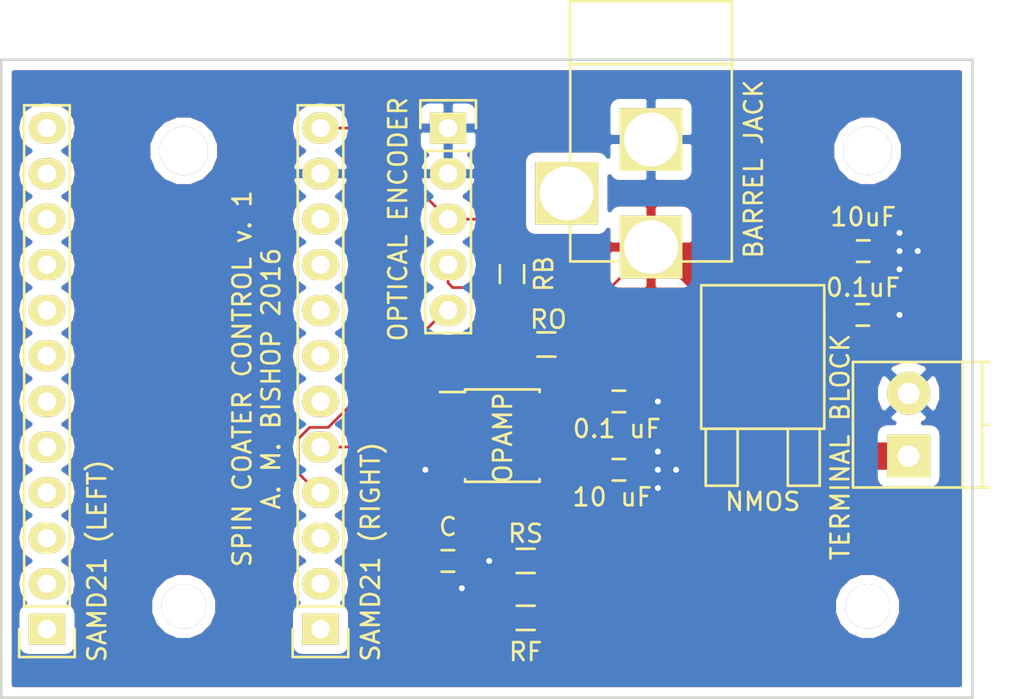
<source format=kicad_pcb>
(kicad_pcb (version 4) (host pcbnew 4.0.2-stable)

  (general
    (links 29)
    (no_connects 0)
    (area 104.064999 85.416319 161.2014 124.535001)
    (thickness 1.6)
    (drawings 5)
    (tracks 82)
    (zones 0)
    (modules 20)
    (nets 32)
  )

  (page A4)
  (layers
    (0 F.Cu signal)
    (31 B.Cu signal)
    (32 B.Adhes user)
    (33 F.Adhes user)
    (34 B.Paste user)
    (35 F.Paste user)
    (36 B.SilkS user)
    (37 F.SilkS user)
    (38 B.Mask user)
    (39 F.Mask user)
    (40 Dwgs.User user)
    (41 Cmts.User user)
    (42 Eco1.User user)
    (43 Eco2.User user)
    (44 Edge.Cuts user)
    (45 Margin user)
    (46 B.CrtYd user)
    (47 F.CrtYd user)
    (48 B.Fab user)
    (49 F.Fab user)
  )

  (setup
    (last_trace_width 0.1524)
    (trace_clearance 0.1524)
    (zone_clearance 0.508)
    (zone_45_only no)
    (trace_min 0.1524)
    (segment_width 0.2)
    (edge_width 0.15)
    (via_size 0.6858)
    (via_drill 0.3302)
    (via_min_size 0.4)
    (via_min_drill 0.3)
    (uvia_size 0.3)
    (uvia_drill 0.1)
    (uvias_allowed no)
    (uvia_min_size 0.2)
    (uvia_min_drill 0.1)
    (pcb_text_width 0.3)
    (pcb_text_size 1.5 1.5)
    (mod_edge_width 0.15)
    (mod_text_size 1 1)
    (mod_text_width 0.15)
    (pad_size 1.524 1.524)
    (pad_drill 0.762)
    (pad_to_mask_clearance 0.2)
    (aux_axis_origin 0 0)
    (visible_elements FFFFFF7F)
    (pcbplotparams
      (layerselection 0x010f0_80000001)
      (usegerberextensions true)
      (excludeedgelayer true)
      (linewidth 0.100000)
      (plotframeref false)
      (viasonmask false)
      (mode 1)
      (useauxorigin false)
      (hpglpennumber 1)
      (hpglpenspeed 20)
      (hpglpendiameter 15)
      (hpglpenoverlay 2)
      (psnegative false)
      (psa4output false)
      (plotreference true)
      (plotvalue true)
      (plotinvisibletext false)
      (padsonsilk false)
      (subtractmaskfromsilk false)
      (outputformat 1)
      (mirror false)
      (drillshape 0)
      (scaleselection 1)
      (outputdirectory ""))
  )

  (net 0 "")
  (net 1 GND)
  (net 2 "Net-(C2-Pad1)")
  (net 3 "Net-(CON1-Pad3)")
  (net 4 "Net-(P1-Pad1)")
  (net 5 "Net-(P1-Pad2)")
  (net 6 "Net-(P1-Pad3)")
  (net 7 "Net-(P1-Pad4)")
  (net 8 "Net-(P1-Pad5)")
  (net 9 "Net-(P1-Pad6)")
  (net 10 "Net-(P1-Pad7)")
  (net 11 "Net-(P1-Pad8)")
  (net 12 "Net-(P1-Pad9)")
  (net 13 "Net-(P1-Pad10)")
  (net 14 "Net-(P1-Pad12)")
  (net 15 "Net-(R2-Pad2)")
  (net 16 "Net-(P4-Pad1)")
  (net 17 "Net-(P4-Pad2)")
  (net 18 "Net-(P4-Pad3)")
  (net 19 "Net-(P4-Pad4)")
  (net 20 "Net-(P4-Pad5)")
  (net 21 "Net-(P4-Pad6)")
  (net 22 "Net-(P4-Pad7)")
  (net 23 "Net-(P4-Pad8)")
  (net 24 "Net-(P4-Pad9)")
  (net 25 "Net-(P4-Pad10)")
  (net 26 "Net-(P4-Pad11)")
  (net 27 "Net-(P4-Pad12)")
  (net 28 "Net-(P2-Pad4)")
  (net 29 "Net-(Q1-Pad1)")
  (net 30 /Power_In)
  (net 31 /Power_Motor)

  (net_class Default "This is the default net class."
    (clearance 0.1524)
    (trace_width 0.1524)
    (via_dia 0.6858)
    (via_drill 0.3302)
    (uvia_dia 0.3)
    (uvia_drill 0.1)
    (add_net GND)
    (add_net "Net-(C2-Pad1)")
    (add_net "Net-(CON1-Pad3)")
    (add_net "Net-(P1-Pad1)")
    (add_net "Net-(P1-Pad10)")
    (add_net "Net-(P1-Pad12)")
    (add_net "Net-(P1-Pad2)")
    (add_net "Net-(P1-Pad3)")
    (add_net "Net-(P1-Pad4)")
    (add_net "Net-(P1-Pad5)")
    (add_net "Net-(P1-Pad6)")
    (add_net "Net-(P1-Pad7)")
    (add_net "Net-(P1-Pad8)")
    (add_net "Net-(P1-Pad9)")
    (add_net "Net-(P2-Pad4)")
    (add_net "Net-(P4-Pad1)")
    (add_net "Net-(P4-Pad10)")
    (add_net "Net-(P4-Pad11)")
    (add_net "Net-(P4-Pad12)")
    (add_net "Net-(P4-Pad2)")
    (add_net "Net-(P4-Pad3)")
    (add_net "Net-(P4-Pad4)")
    (add_net "Net-(P4-Pad5)")
    (add_net "Net-(P4-Pad6)")
    (add_net "Net-(P4-Pad7)")
    (add_net "Net-(P4-Pad8)")
    (add_net "Net-(P4-Pad9)")
    (add_net "Net-(Q1-Pad1)")
    (add_net "Net-(R2-Pad2)")
  )

  (net_class Power ""
    (clearance 0.1524)
    (trace_width 1.016)
    (via_dia 0.6858)
    (via_drill 0.3302)
    (uvia_dia 0.3)
    (uvia_drill 0.1)
    (add_net /Power_In)
    (add_net /Power_Motor)
  )

  (module Mounting_Holes:MountingHole_2-7mm (layer F.Cu) (tedit 0) (tstamp 5786B69E)
    (at 114.3 93.98)
    (descr "Mounting hole, Befestigungsbohrung, 2,7mm, No Annular, Kein Restring,")
    (tags "Mounting hole, Befestigungsbohrung, 2,7mm, No Annular, Kein Restring,")
    (fp_text reference "" (at 0 -4.0005) (layer F.SilkS)
      (effects (font (size 1 1) (thickness 0.15)))
    )
    (fp_text value "" (at 0.09906 3.59918) (layer F.Fab)
      (effects (font (size 1 1) (thickness 0.15)))
    )
    (fp_circle (center 0 0) (end 2.7 0) (layer Cmts.User) (width 0.381))
    (pad 1 thru_hole circle (at 0 0) (size 2.7 2.7) (drill 2.7) (layers))
  )

  (module Mounting_Holes:MountingHole_2-5mm (layer F.Cu) (tedit 577FDB86) (tstamp 5786B699)
    (at 114.3 119.38)
    (descr "Mounting hole, Befestigungsbohrung, 2,5mm, No Annular, Kein Restring,")
    (tags "Mounting hole, Befestigungsbohrung, 2,5mm, No Annular, Kein Restring,")
    (fp_text reference REF** (at 0 -3.50012) (layer F.SilkS) hide
      (effects (font (size 1 1) (thickness 0.15)))
    )
    (fp_text value MountingHole_2-5mm (at 0.09906 3.59918) (layer F.Fab) hide
      (effects (font (size 1 1) (thickness 0.15)))
    )
    (fp_circle (center 0 0) (end 2.5 0) (layer Cmts.User) (width 0.381))
    (pad 1 thru_hole circle (at 0 0) (size 2.5 2.5) (drill 2.5) (layers))
  )

  (module Mounting_Holes:MountingHole_2-5mm (layer F.Cu) (tedit 577FDB86) (tstamp 577FDABA)
    (at 152.4 119.38)
    (descr "Mounting hole, Befestigungsbohrung, 2,5mm, No Annular, Kein Restring,")
    (tags "Mounting hole, Befestigungsbohrung, 2,5mm, No Annular, Kein Restring,")
    (fp_text reference REF** (at 0 -3.50012) (layer F.SilkS) hide
      (effects (font (size 1 1) (thickness 0.15)))
    )
    (fp_text value MountingHole_2-5mm (at 0.09906 3.59918) (layer F.Fab) hide
      (effects (font (size 1 1) (thickness 0.15)))
    )
    (fp_circle (center 0 0) (end 2.5 0) (layer Cmts.User) (width 0.381))
    (pad 1 thru_hole circle (at 0 0) (size 2.5 2.5) (drill 2.5) (layers))
  )

  (module Capacitors_SMD:C_0603 (layer F.Cu) (tedit 579918DA) (tstamp 577FD744)
    (at 152.134 103.124)
    (descr "Capacitor SMD 0603, reflow soldering, AVX (see smccp.pdf)")
    (tags "capacitor 0603")
    (path /577F055E)
    (attr smd)
    (fp_text reference 0.1uF (at 0.012 -1.524) (layer F.SilkS)
      (effects (font (size 1 1) (thickness 0.15)))
    )
    (fp_text value "0.1 uF" (at 0 1.9) (layer F.Fab)
      (effects (font (size 1 1) (thickness 0.15)))
    )
    (fp_line (start -1.45 -0.75) (end 1.45 -0.75) (layer F.CrtYd) (width 0.05))
    (fp_line (start -1.45 0.75) (end 1.45 0.75) (layer F.CrtYd) (width 0.05))
    (fp_line (start -1.45 -0.75) (end -1.45 0.75) (layer F.CrtYd) (width 0.05))
    (fp_line (start 1.45 -0.75) (end 1.45 0.75) (layer F.CrtYd) (width 0.05))
    (fp_line (start -0.35 -0.6) (end 0.35 -0.6) (layer F.SilkS) (width 0.15))
    (fp_line (start 0.35 0.6) (end -0.35 0.6) (layer F.SilkS) (width 0.15))
    (pad 1 smd rect (at -0.75 0) (size 0.8 0.75) (layers F.Cu F.Paste F.Mask)
      (net 30 /Power_In))
    (pad 2 smd rect (at 0.75 0) (size 0.8 0.75) (layers F.Cu F.Paste F.Mask)
      (net 1 GND))
    (model Capacitors_SMD.3dshapes/C_0603.wrl
      (at (xyz 0 0 0))
      (scale (xyz 1 1 1))
      (rotate (xyz 0 0 0))
    )
  )

  (module Capacitors_SMD:C_0603 (layer F.Cu) (tedit 57991A5B) (tstamp 577FD74A)
    (at 129.02 116.84)
    (descr "Capacitor SMD 0603, reflow soldering, AVX (see smccp.pdf)")
    (tags "capacitor 0603")
    (path /577F1BC2)
    (attr smd)
    (fp_text reference C (at 0 -1.9) (layer F.SilkS)
      (effects (font (size 1 1) (thickness 0.15)))
    )
    (fp_text value C (at 0 1.9) (layer F.Fab)
      (effects (font (size 1 1) (thickness 0.15)))
    )
    (fp_line (start -1.45 -0.75) (end 1.45 -0.75) (layer F.CrtYd) (width 0.05))
    (fp_line (start -1.45 0.75) (end 1.45 0.75) (layer F.CrtYd) (width 0.05))
    (fp_line (start -1.45 -0.75) (end -1.45 0.75) (layer F.CrtYd) (width 0.05))
    (fp_line (start 1.45 -0.75) (end 1.45 0.75) (layer F.CrtYd) (width 0.05))
    (fp_line (start -0.35 -0.6) (end 0.35 -0.6) (layer F.SilkS) (width 0.15))
    (fp_line (start 0.35 0.6) (end -0.35 0.6) (layer F.SilkS) (width 0.15))
    (pad 1 smd rect (at -0.75 0) (size 0.8 0.75) (layers F.Cu F.Paste F.Mask)
      (net 2 "Net-(C2-Pad1)"))
    (pad 2 smd rect (at 0.75 0) (size 0.8 0.75) (layers F.Cu F.Paste F.Mask)
      (net 1 GND))
    (model Capacitors_SMD.3dshapes/C_0603.wrl
      (at (xyz 0 0 0))
      (scale (xyz 1 1 1))
      (rotate (xyz 0 0 0))
    )
  )

  (module Capacitors_SMD:C_0603 (layer F.Cu) (tedit 579918D4) (tstamp 577FD750)
    (at 152.158 99.568)
    (descr "Capacitor SMD 0603, reflow soldering, AVX (see smccp.pdf)")
    (tags "capacitor 0603")
    (path /577F0584)
    (attr smd)
    (fp_text reference 10uF (at 0 -1.9) (layer F.SilkS)
      (effects (font (size 1 1) (thickness 0.15)))
    )
    (fp_text value "10 uF" (at 0 1.9) (layer F.Fab)
      (effects (font (size 1 1) (thickness 0.15)))
    )
    (fp_line (start -1.45 -0.75) (end 1.45 -0.75) (layer F.CrtYd) (width 0.05))
    (fp_line (start -1.45 0.75) (end 1.45 0.75) (layer F.CrtYd) (width 0.05))
    (fp_line (start -1.45 -0.75) (end -1.45 0.75) (layer F.CrtYd) (width 0.05))
    (fp_line (start 1.45 -0.75) (end 1.45 0.75) (layer F.CrtYd) (width 0.05))
    (fp_line (start -0.35 -0.6) (end 0.35 -0.6) (layer F.SilkS) (width 0.15))
    (fp_line (start 0.35 0.6) (end -0.35 0.6) (layer F.SilkS) (width 0.15))
    (pad 1 smd rect (at -0.75 0) (size 0.8 0.75) (layers F.Cu F.Paste F.Mask)
      (net 30 /Power_In))
    (pad 2 smd rect (at 0.75 0) (size 0.8 0.75) (layers F.Cu F.Paste F.Mask)
      (net 1 GND))
    (model Capacitors_SMD.3dshapes/C_0603.wrl
      (at (xyz 0 0 0))
      (scale (xyz 1 1 1))
      (rotate (xyz 0 0 0))
    )
  )

  (module Capacitors_SMD:C_0603 (layer F.Cu) (tedit 579918F6) (tstamp 577FD756)
    (at 138.545 111.76)
    (descr "Capacitor SMD 0603, reflow soldering, AVX (see smccp.pdf)")
    (tags "capacitor 0603")
    (path /577F05A9)
    (attr smd)
    (fp_text reference C4 (at 0 -1.9) (layer F.SilkS) hide
      (effects (font (size 1 1) (thickness 0.15)))
    )
    (fp_text value "10 uF" (at -0.369 1.524) (layer F.SilkS)
      (effects (font (size 1 1) (thickness 0.15)))
    )
    (fp_line (start -1.45 -0.75) (end 1.45 -0.75) (layer F.CrtYd) (width 0.05))
    (fp_line (start -1.45 0.75) (end 1.45 0.75) (layer F.CrtYd) (width 0.05))
    (fp_line (start -1.45 -0.75) (end -1.45 0.75) (layer F.CrtYd) (width 0.05))
    (fp_line (start 1.45 -0.75) (end 1.45 0.75) (layer F.CrtYd) (width 0.05))
    (fp_line (start -0.35 -0.6) (end 0.35 -0.6) (layer F.SilkS) (width 0.15))
    (fp_line (start 0.35 0.6) (end -0.35 0.6) (layer F.SilkS) (width 0.15))
    (pad 1 smd rect (at -0.75 0) (size 0.8 0.75) (layers F.Cu F.Paste F.Mask)
      (net 30 /Power_In))
    (pad 2 smd rect (at 0.75 0) (size 0.8 0.75) (layers F.Cu F.Paste F.Mask)
      (net 1 GND))
    (model Capacitors_SMD.3dshapes/C_0603.wrl
      (at (xyz 0 0 0))
      (scale (xyz 1 1 1))
      (rotate (xyz 0 0 0))
    )
  )

  (module Capacitors_SMD:C_0603 (layer F.Cu) (tedit 579918EE) (tstamp 577FD75C)
    (at 138.545 107.95)
    (descr "Capacitor SMD 0603, reflow soldering, AVX (see smccp.pdf)")
    (tags "capacitor 0603")
    (path /577F05D5)
    (attr smd)
    (fp_text reference C5 (at 0 -1.9) (layer F.SilkS) hide
      (effects (font (size 1 1) (thickness 0.15)))
    )
    (fp_text value "0.1 uF" (at -0.115 1.524) (layer F.SilkS)
      (effects (font (size 1 1) (thickness 0.15)))
    )
    (fp_line (start -1.45 -0.75) (end 1.45 -0.75) (layer F.CrtYd) (width 0.05))
    (fp_line (start -1.45 0.75) (end 1.45 0.75) (layer F.CrtYd) (width 0.05))
    (fp_line (start -1.45 -0.75) (end -1.45 0.75) (layer F.CrtYd) (width 0.05))
    (fp_line (start 1.45 -0.75) (end 1.45 0.75) (layer F.CrtYd) (width 0.05))
    (fp_line (start -0.35 -0.6) (end 0.35 -0.6) (layer F.SilkS) (width 0.15))
    (fp_line (start 0.35 0.6) (end -0.35 0.6) (layer F.SilkS) (width 0.15))
    (pad 1 smd rect (at -0.75 0) (size 0.8 0.75) (layers F.Cu F.Paste F.Mask)
      (net 30 /Power_In))
    (pad 2 smd rect (at 0.75 0) (size 0.8 0.75) (layers F.Cu F.Paste F.Mask)
      (net 1 GND))
    (model Capacitors_SMD.3dshapes/C_0603.wrl
      (at (xyz 0 0 0))
      (scale (xyz 1 1 1))
      (rotate (xyz 0 0 0))
    )
  )

  (module ODElib:BARREL_JACK_round (layer F.Cu) (tedit 57991A45) (tstamp 577FD763)
    (at 140.335 93.14434 270)
    (descr "DC Barrel Jack")
    (tags "Power Jack")
    (path /577F01E1)
    (fp_text reference "BARREL JACK" (at 1.85166 -5.715 270) (layer F.SilkS)
      (effects (font (size 1 1) (thickness 0.15)))
    )
    (fp_text value BARREL_JACK (at 1.47066 -5.99948 270) (layer F.Fab)
      (effects (font (size 1 1) (thickness 0.15)))
    )
    (fp_line (start -4.0005 -4.50088) (end -4.0005 4.50088) (layer F.SilkS) (width 0.15))
    (fp_line (start -7.50062 -4.50088) (end -7.50062 4.50088) (layer F.SilkS) (width 0.15))
    (fp_line (start -7.50062 4.50088) (end 7.00024 4.50088) (layer F.SilkS) (width 0.15))
    (fp_line (start 7.00024 4.50088) (end 7.00024 -4.50088) (layer F.SilkS) (width 0.15))
    (fp_line (start 7.00024 -4.50088) (end -7.50062 -4.50088) (layer F.SilkS) (width 0.15))
    (pad 1 thru_hole rect (at 6.20014 0 270) (size 3.50012 3.50012) (drill 3) (layers *.Cu *.Mask F.SilkS)
      (net 30 /Power_In))
    (pad 2 thru_hole rect (at 0.20066 0 270) (size 3.50012 3.50012) (drill 3) (layers *.Cu *.Mask F.SilkS)
      (net 1 GND))
    (pad 3 thru_hole rect (at 3.2004 4.699 270) (size 3.50012 3.50012) (drill 3) (layers *.Cu *.Mask F.SilkS)
      (net 3 "Net-(CON1-Pad3)"))
  )

  (module Pin_Headers:Pin_Header_Straight_1x12 (layer F.Cu) (tedit 5799199B) (tstamp 577FD773)
    (at 121.92 120.65 180)
    (descr "Through hole pin header")
    (tags "pin header")
    (path /577F0ACB)
    (fp_text reference "SAMD21 (RIGHT)" (at -2.794 4.318 270) (layer F.SilkS)
      (effects (font (size 1 1) (thickness 0.15)))
    )
    (fp_text value "SAMD21 (RIGHT)" (at -3.175 4.826 270) (layer F.Fab)
      (effects (font (size 1 1) (thickness 0.15)))
    )
    (fp_line (start -1.75 -1.75) (end -1.75 29.7) (layer F.CrtYd) (width 0.05))
    (fp_line (start 1.75 -1.75) (end 1.75 29.7) (layer F.CrtYd) (width 0.05))
    (fp_line (start -1.75 -1.75) (end 1.75 -1.75) (layer F.CrtYd) (width 0.05))
    (fp_line (start -1.75 29.7) (end 1.75 29.7) (layer F.CrtYd) (width 0.05))
    (fp_line (start 1.27 1.27) (end 1.27 29.21) (layer F.SilkS) (width 0.15))
    (fp_line (start 1.27 29.21) (end -1.27 29.21) (layer F.SilkS) (width 0.15))
    (fp_line (start -1.27 29.21) (end -1.27 1.27) (layer F.SilkS) (width 0.15))
    (fp_line (start 1.55 -1.55) (end 1.55 0) (layer F.SilkS) (width 0.15))
    (fp_line (start 1.27 1.27) (end -1.27 1.27) (layer F.SilkS) (width 0.15))
    (fp_line (start -1.55 0) (end -1.55 -1.55) (layer F.SilkS) (width 0.15))
    (fp_line (start -1.55 -1.55) (end 1.55 -1.55) (layer F.SilkS) (width 0.15))
    (pad 1 thru_hole rect (at 0 0 180) (size 2.032 1.7272) (drill 1.016) (layers *.Cu *.Mask F.SilkS)
      (net 4 "Net-(P1-Pad1)"))
    (pad 2 thru_hole oval (at 0 2.54 180) (size 2.032 1.7272) (drill 1.016) (layers *.Cu *.Mask F.SilkS)
      (net 5 "Net-(P1-Pad2)"))
    (pad 3 thru_hole oval (at 0 5.08 180) (size 2.032 1.7272) (drill 1.016) (layers *.Cu *.Mask F.SilkS)
      (net 6 "Net-(P1-Pad3)"))
    (pad 4 thru_hole oval (at 0 7.62 180) (size 2.032 1.7272) (drill 1.016) (layers *.Cu *.Mask F.SilkS)
      (net 7 "Net-(P1-Pad4)"))
    (pad 5 thru_hole oval (at 0 10.16 180) (size 2.032 1.7272) (drill 1.016) (layers *.Cu *.Mask F.SilkS)
      (net 8 "Net-(P1-Pad5)"))
    (pad 6 thru_hole oval (at 0 12.7 180) (size 2.032 1.7272) (drill 1.016) (layers *.Cu *.Mask F.SilkS)
      (net 9 "Net-(P1-Pad6)"))
    (pad 7 thru_hole oval (at 0 15.24 180) (size 2.032 1.7272) (drill 1.016) (layers *.Cu *.Mask F.SilkS)
      (net 10 "Net-(P1-Pad7)"))
    (pad 8 thru_hole oval (at 0 17.78 180) (size 2.032 1.7272) (drill 1.016) (layers *.Cu *.Mask F.SilkS)
      (net 11 "Net-(P1-Pad8)"))
    (pad 9 thru_hole oval (at 0 20.32 180) (size 2.032 1.7272) (drill 1.016) (layers *.Cu *.Mask F.SilkS)
      (net 12 "Net-(P1-Pad9)"))
    (pad 10 thru_hole oval (at 0 22.86 180) (size 2.032 1.7272) (drill 1.016) (layers *.Cu *.Mask F.SilkS)
      (net 13 "Net-(P1-Pad10)"))
    (pad 11 thru_hole oval (at 0 25.4 180) (size 2.032 1.7272) (drill 1.016) (layers *.Cu *.Mask F.SilkS)
      (net 1 GND))
    (pad 12 thru_hole oval (at 0 27.94 180) (size 2.032 1.7272) (drill 1.016) (layers *.Cu *.Mask F.SilkS)
      (net 14 "Net-(P1-Pad12)"))
    (model Pin_Headers.3dshapes/Pin_Header_Straight_1x12.wrl
      (at (xyz 0 -0.55 0))
      (scale (xyz 1 1 1))
      (rotate (xyz 0 0 90))
    )
  )

  (module Socket_Strips:Socket_Strip_Straight_1x05 (layer F.Cu) (tedit 57991979) (tstamp 577FD77C)
    (at 129.032 92.71 270)
    (descr "Through hole socket strip")
    (tags "socket strip")
    (path /577F1570)
    (fp_text reference "OPTICAL ENCODER" (at 5.08 2.794 270) (layer F.SilkS)
      (effects (font (size 1 1) (thickness 0.15)))
    )
    (fp_text value "OPTICAL ENCODER" (at 5.08 3.175 270) (layer F.Fab)
      (effects (font (size 1 1) (thickness 0.15)))
    )
    (fp_line (start -1.75 -1.75) (end -1.75 1.75) (layer F.CrtYd) (width 0.05))
    (fp_line (start 11.95 -1.75) (end 11.95 1.75) (layer F.CrtYd) (width 0.05))
    (fp_line (start -1.75 -1.75) (end 11.95 -1.75) (layer F.CrtYd) (width 0.05))
    (fp_line (start -1.75 1.75) (end 11.95 1.75) (layer F.CrtYd) (width 0.05))
    (fp_line (start 1.27 1.27) (end 11.43 1.27) (layer F.SilkS) (width 0.15))
    (fp_line (start 11.43 1.27) (end 11.43 -1.27) (layer F.SilkS) (width 0.15))
    (fp_line (start 11.43 -1.27) (end 1.27 -1.27) (layer F.SilkS) (width 0.15))
    (fp_line (start -1.55 1.55) (end 0 1.55) (layer F.SilkS) (width 0.15))
    (fp_line (start 1.27 1.27) (end 1.27 -1.27) (layer F.SilkS) (width 0.15))
    (fp_line (start 0 -1.55) (end -1.55 -1.55) (layer F.SilkS) (width 0.15))
    (fp_line (start -1.55 -1.55) (end -1.55 1.55) (layer F.SilkS) (width 0.15))
    (pad 1 thru_hole rect (at 0 0 270) (size 1.7272 2.032) (drill 1.016) (layers *.Cu *.Mask F.SilkS)
      (net 1 GND))
    (pad 2 thru_hole oval (at 2.54 0 270) (size 1.7272 2.032) (drill 1.016) (layers *.Cu *.Mask F.SilkS)
      (net 1 GND))
    (pad 3 thru_hole oval (at 5.08 0 270) (size 1.7272 2.032) (drill 1.016) (layers *.Cu *.Mask F.SilkS)
      (net 14 "Net-(P1-Pad12)"))
    (pad 4 thru_hole oval (at 7.62 0 270) (size 1.7272 2.032) (drill 1.016) (layers *.Cu *.Mask F.SilkS)
      (net 28 "Net-(P2-Pad4)"))
    (pad 5 thru_hole oval (at 10.16 0 270) (size 1.7272 2.032) (drill 1.016) (layers *.Cu *.Mask F.SilkS)
      (net 7 "Net-(P1-Pad4)"))
    (model Socket_Strips.3dshapes/Socket_Strip_Straight_1x05.wrl
      (at (xyz 0.2 0 0))
      (scale (xyz 1 1 1))
      (rotate (xyz 0 0 180))
    )
  )

  (module Terminal_Blocks:TerminalBlock_Pheonix_PT-3.5mm_2pol (layer F.Cu) (tedit 57991930) (tstamp 577FD782)
    (at 154.686 110.998 90)
    (descr "2-way 3.5mm pitch terminal block, Phoenix PT series")
    (path /577F0630)
    (fp_text reference "TERMINAL BLOCK" (at 0.508 -3.81 90) (layer F.SilkS)
      (effects (font (size 1 1) (thickness 0.15)))
    )
    (fp_text value "TERMINAL BLOCK" (at 1.722 5.588 90) (layer F.Fab)
      (effects (font (size 1 1) (thickness 0.15)))
    )
    (fp_line (start -1.9 -3.3) (end 5.4 -3.3) (layer F.CrtYd) (width 0.05))
    (fp_line (start -1.9 4.7) (end -1.9 -3.3) (layer F.CrtYd) (width 0.05))
    (fp_line (start 5.4 4.7) (end -1.9 4.7) (layer F.CrtYd) (width 0.05))
    (fp_line (start 5.4 -3.3) (end 5.4 4.7) (layer F.CrtYd) (width 0.05))
    (fp_line (start 1.75 4.1) (end 1.75 4.5) (layer F.SilkS) (width 0.15))
    (fp_line (start -1.75 3) (end 5.25 3) (layer F.SilkS) (width 0.15))
    (fp_line (start -1.75 4.1) (end 5.25 4.1) (layer F.SilkS) (width 0.15))
    (fp_line (start -1.75 -3.1) (end -1.75 4.5) (layer F.SilkS) (width 0.15))
    (fp_line (start 5.25 4.5) (end 5.25 -3.1) (layer F.SilkS) (width 0.15))
    (fp_line (start 5.25 -3.1) (end -1.75 -3.1) (layer F.SilkS) (width 0.15))
    (pad 2 thru_hole circle (at 3.5 0 90) (size 2.4 2.4) (drill 1.2) (layers *.Cu *.Mask F.SilkS)
      (net 1 GND))
    (pad 1 thru_hole rect (at 0 0 90) (size 2.4 2.4) (drill 1.2) (layers *.Cu *.Mask F.SilkS)
      (net 31 /Power_Motor))
    (model Terminal_Blocks.3dshapes/TerminalBlock_Pheonix_PT-3.5mm_2pol.wrl
      (at (xyz 0 0 0))
      (scale (xyz 1 1 1))
      (rotate (xyz 0 0 0))
    )
  )

  (module TO_SOT_Packages_SMD:TO-252-2Lead (layer F.Cu) (tedit 57991942) (tstamp 577FD789)
    (at 146.558 110.998)
    (descr "DPAK / TO-252 2-lead smd package")
    (tags "dpak TO-252")
    (path /578026A2)
    (attr smd)
    (fp_text reference NMOS (at 0 2.54) (layer F.SilkS)
      (effects (font (size 1 1) (thickness 0.15)))
    )
    (fp_text value Q_PMOS_GDS (at 0 -2.413) (layer F.Fab)
      (effects (font (size 1 1) (thickness 0.15)))
    )
    (fp_line (start 1.397 -1.524) (end 1.397 1.651) (layer F.SilkS) (width 0.15))
    (fp_line (start 1.397 1.651) (end 3.175 1.651) (layer F.SilkS) (width 0.15))
    (fp_line (start 3.175 1.651) (end 3.175 -1.524) (layer F.SilkS) (width 0.15))
    (fp_line (start -3.175 -1.524) (end -3.175 1.651) (layer F.SilkS) (width 0.15))
    (fp_line (start -3.175 1.651) (end -1.397 1.651) (layer F.SilkS) (width 0.15))
    (fp_line (start -1.397 1.651) (end -1.397 -1.524) (layer F.SilkS) (width 0.15))
    (fp_line (start 3.429 -7.62) (end 3.429 -1.524) (layer F.SilkS) (width 0.15))
    (fp_line (start 3.429 -1.524) (end -3.429 -1.524) (layer F.SilkS) (width 0.15))
    (fp_line (start -3.429 -1.524) (end -3.429 -9.398) (layer F.SilkS) (width 0.15))
    (fp_line (start -3.429 -9.525) (end 3.429 -9.525) (layer F.SilkS) (width 0.15))
    (fp_line (start 3.429 -9.398) (end 3.429 -7.62) (layer F.SilkS) (width 0.15))
    (pad 1 smd rect (at -2.286 0) (size 1.651 3.048) (layers F.Cu F.Paste F.Mask)
      (net 29 "Net-(Q1-Pad1)"))
    (pad 2 smd rect (at 0 -6.35) (size 6.096 6.096) (layers F.Cu F.Paste F.Mask)
      (net 30 /Power_In))
    (pad 3 smd rect (at 2.286 0) (size 1.651 3.048) (layers F.Cu F.Paste F.Mask)
      (net 31 /Power_Motor))
    (model TO_SOT_Packages_SMD.3dshapes/TO-252-2Lead.wrl
      (at (xyz 0 0 0))
      (scale (xyz 1 1 1))
      (rotate (xyz 0 0 0))
    )
  )

  (module Resistors_SMD:R_0603 (layer F.Cu) (tedit 579918BC) (tstamp 577FD78F)
    (at 133.35 116.84 180)
    (descr "Resistor SMD 0603, reflow soldering, Vishay (see dcrcw.pdf)")
    (tags "resistor 0603")
    (path /577F0157)
    (attr smd)
    (fp_text reference RS (at 0 1.524 180) (layer F.SilkS)
      (effects (font (size 1 1) (thickness 0.15)))
    )
    (fp_text value 1k (at 0 1.9 180) (layer F.Fab)
      (effects (font (size 1 1) (thickness 0.15)))
    )
    (fp_line (start -1.3 -0.8) (end 1.3 -0.8) (layer F.CrtYd) (width 0.05))
    (fp_line (start -1.3 0.8) (end 1.3 0.8) (layer F.CrtYd) (width 0.05))
    (fp_line (start -1.3 -0.8) (end -1.3 0.8) (layer F.CrtYd) (width 0.05))
    (fp_line (start 1.3 -0.8) (end 1.3 0.8) (layer F.CrtYd) (width 0.05))
    (fp_line (start 0.5 0.675) (end -0.5 0.675) (layer F.SilkS) (width 0.15))
    (fp_line (start -0.5 -0.675) (end 0.5 -0.675) (layer F.SilkS) (width 0.15))
    (pad 1 smd rect (at -0.75 0 180) (size 0.5 0.9) (layers F.Cu F.Paste F.Mask)
      (net 2 "Net-(C2-Pad1)"))
    (pad 2 smd rect (at 0.75 0 180) (size 0.5 0.9) (layers F.Cu F.Paste F.Mask)
      (net 1 GND))
    (model Resistors_SMD.3dshapes/R_0603.wrl
      (at (xyz 0 0 0))
      (scale (xyz 1 1 1))
      (rotate (xyz 0 0 0))
    )
  )

  (module Resistors_SMD:R_0603 (layer F.Cu) (tedit 579918A8) (tstamp 577FD795)
    (at 134.505 104.775 180)
    (descr "Resistor SMD 0603, reflow soldering, Vishay (see dcrcw.pdf)")
    (tags "resistor 0603")
    (path /577F00DE)
    (attr smd)
    (fp_text reference RO (at -0.115 1.397 180) (layer F.SilkS)
      (effects (font (size 1 1) (thickness 0.15)))
    )
    (fp_text value 10 (at 0 1.9 180) (layer F.Fab)
      (effects (font (size 1 1) (thickness 0.15)))
    )
    (fp_line (start -1.3 -0.8) (end 1.3 -0.8) (layer F.CrtYd) (width 0.05))
    (fp_line (start -1.3 0.8) (end 1.3 0.8) (layer F.CrtYd) (width 0.05))
    (fp_line (start -1.3 -0.8) (end -1.3 0.8) (layer F.CrtYd) (width 0.05))
    (fp_line (start 1.3 -0.8) (end 1.3 0.8) (layer F.CrtYd) (width 0.05))
    (fp_line (start 0.5 0.675) (end -0.5 0.675) (layer F.SilkS) (width 0.15))
    (fp_line (start -0.5 -0.675) (end 0.5 -0.675) (layer F.SilkS) (width 0.15))
    (pad 1 smd rect (at -0.75 0 180) (size 0.5 0.9) (layers F.Cu F.Paste F.Mask)
      (net 29 "Net-(Q1-Pad1)"))
    (pad 2 smd rect (at 0.75 0 180) (size 0.5 0.9) (layers F.Cu F.Paste F.Mask)
      (net 15 "Net-(R2-Pad2)"))
    (model Resistors_SMD.3dshapes/R_0603.wrl
      (at (xyz 0 0 0))
      (scale (xyz 1 1 1))
      (rotate (xyz 0 0 0))
    )
  )

  (module Resistors_SMD:R_0603 (layer F.Cu) (tedit 579918C2) (tstamp 577FD79B)
    (at 133.35 120.015 180)
    (descr "Resistor SMD 0603, reflow soldering, Vishay (see dcrcw.pdf)")
    (tags "resistor 0603")
    (path /577F0118)
    (attr smd)
    (fp_text reference RF (at 0 -1.9 180) (layer F.SilkS)
      (effects (font (size 1 1) (thickness 0.15)))
    )
    (fp_text value 10k (at 0 1.9 180) (layer F.Fab)
      (effects (font (size 1 1) (thickness 0.15)))
    )
    (fp_line (start -1.3 -0.8) (end 1.3 -0.8) (layer F.CrtYd) (width 0.05))
    (fp_line (start -1.3 0.8) (end 1.3 0.8) (layer F.CrtYd) (width 0.05))
    (fp_line (start -1.3 -0.8) (end -1.3 0.8) (layer F.CrtYd) (width 0.05))
    (fp_line (start 1.3 -0.8) (end 1.3 0.8) (layer F.CrtYd) (width 0.05))
    (fp_line (start 0.5 0.675) (end -0.5 0.675) (layer F.SilkS) (width 0.15))
    (fp_line (start -0.5 -0.675) (end 0.5 -0.675) (layer F.SilkS) (width 0.15))
    (pad 1 smd rect (at -0.75 0 180) (size 0.5 0.9) (layers F.Cu F.Paste F.Mask)
      (net 31 /Power_Motor))
    (pad 2 smd rect (at 0.75 0 180) (size 0.5 0.9) (layers F.Cu F.Paste F.Mask)
      (net 2 "Net-(C2-Pad1)"))
    (model Resistors_SMD.3dshapes/R_0603.wrl
      (at (xyz 0 0 0))
      (scale (xyz 1 1 1))
      (rotate (xyz 0 0 0))
    )
  )

  (module Pin_Headers:Pin_Header_Straight_1x12 (layer F.Cu) (tedit 579919B4) (tstamp 577FE1A9)
    (at 106.68 120.65 180)
    (descr "Through hole pin header")
    (tags "pin header")
    (path /577FE9FC)
    (fp_text reference "SAMD21 (LEFT)" (at -2.794 3.81 270) (layer F.SilkS)
      (effects (font (size 1 1) (thickness 0.15)))
    )
    (fp_text value "SAMD21 (LEFT)" (at -3.175 4.445 270) (layer F.Fab)
      (effects (font (size 1 1) (thickness 0.15)))
    )
    (fp_line (start -1.75 -1.75) (end -1.75 29.7) (layer F.CrtYd) (width 0.05))
    (fp_line (start 1.75 -1.75) (end 1.75 29.7) (layer F.CrtYd) (width 0.05))
    (fp_line (start -1.75 -1.75) (end 1.75 -1.75) (layer F.CrtYd) (width 0.05))
    (fp_line (start -1.75 29.7) (end 1.75 29.7) (layer F.CrtYd) (width 0.05))
    (fp_line (start 1.27 1.27) (end 1.27 29.21) (layer F.SilkS) (width 0.15))
    (fp_line (start 1.27 29.21) (end -1.27 29.21) (layer F.SilkS) (width 0.15))
    (fp_line (start -1.27 29.21) (end -1.27 1.27) (layer F.SilkS) (width 0.15))
    (fp_line (start 1.55 -1.55) (end 1.55 0) (layer F.SilkS) (width 0.15))
    (fp_line (start 1.27 1.27) (end -1.27 1.27) (layer F.SilkS) (width 0.15))
    (fp_line (start -1.55 0) (end -1.55 -1.55) (layer F.SilkS) (width 0.15))
    (fp_line (start -1.55 -1.55) (end 1.55 -1.55) (layer F.SilkS) (width 0.15))
    (pad 1 thru_hole rect (at 0 0 180) (size 2.032 1.7272) (drill 1.016) (layers *.Cu *.Mask F.SilkS)
      (net 16 "Net-(P4-Pad1)"))
    (pad 2 thru_hole oval (at 0 2.54 180) (size 2.032 1.7272) (drill 1.016) (layers *.Cu *.Mask F.SilkS)
      (net 17 "Net-(P4-Pad2)"))
    (pad 3 thru_hole oval (at 0 5.08 180) (size 2.032 1.7272) (drill 1.016) (layers *.Cu *.Mask F.SilkS)
      (net 18 "Net-(P4-Pad3)"))
    (pad 4 thru_hole oval (at 0 7.62 180) (size 2.032 1.7272) (drill 1.016) (layers *.Cu *.Mask F.SilkS)
      (net 19 "Net-(P4-Pad4)"))
    (pad 5 thru_hole oval (at 0 10.16 180) (size 2.032 1.7272) (drill 1.016) (layers *.Cu *.Mask F.SilkS)
      (net 20 "Net-(P4-Pad5)"))
    (pad 6 thru_hole oval (at 0 12.7 180) (size 2.032 1.7272) (drill 1.016) (layers *.Cu *.Mask F.SilkS)
      (net 21 "Net-(P4-Pad6)"))
    (pad 7 thru_hole oval (at 0 15.24 180) (size 2.032 1.7272) (drill 1.016) (layers *.Cu *.Mask F.SilkS)
      (net 22 "Net-(P4-Pad7)"))
    (pad 8 thru_hole oval (at 0 17.78 180) (size 2.032 1.7272) (drill 1.016) (layers *.Cu *.Mask F.SilkS)
      (net 23 "Net-(P4-Pad8)"))
    (pad 9 thru_hole oval (at 0 20.32 180) (size 2.032 1.7272) (drill 1.016) (layers *.Cu *.Mask F.SilkS)
      (net 24 "Net-(P4-Pad9)"))
    (pad 10 thru_hole oval (at 0 22.86 180) (size 2.032 1.7272) (drill 1.016) (layers *.Cu *.Mask F.SilkS)
      (net 25 "Net-(P4-Pad10)"))
    (pad 11 thru_hole oval (at 0 25.4 180) (size 2.032 1.7272) (drill 1.016) (layers *.Cu *.Mask F.SilkS)
      (net 26 "Net-(P4-Pad11)"))
    (pad 12 thru_hole oval (at 0 27.94 180) (size 2.032 1.7272) (drill 1.016) (layers *.Cu *.Mask F.SilkS)
      (net 27 "Net-(P4-Pad12)"))
    (model Pin_Headers.3dshapes/Pin_Header_Straight_1x12.wrl
      (at (xyz 0 -0.55 0))
      (scale (xyz 1 1 1))
      (rotate (xyz 0 0 90))
    )
  )

  (module Housings_SOIC:SOIC-8_3.9x4.9mm_Pitch1.27mm (layer F.Cu) (tedit 57991914) (tstamp 577FE1E1)
    (at 132.051 109.855)
    (descr "8-Lead Plastic Small Outline (SN) - Narrow, 3.90 mm Body [SOIC] (see Microchip Packaging Specification 00000049BS.pdf)")
    (tags "SOIC 1.27")
    (path /577FDBDD)
    (attr smd)
    (fp_text reference OPAMP (at 0.029 0.127 90) (layer F.SilkS)
      (effects (font (size 1 1) (thickness 0.15)))
    )
    (fp_text value MCP6002 (at 0 3.5) (layer F.Fab)
      (effects (font (size 1 1) (thickness 0.15)))
    )
    (fp_line (start -3.75 -2.75) (end -3.75 2.75) (layer F.CrtYd) (width 0.05))
    (fp_line (start 3.75 -2.75) (end 3.75 2.75) (layer F.CrtYd) (width 0.05))
    (fp_line (start -3.75 -2.75) (end 3.75 -2.75) (layer F.CrtYd) (width 0.05))
    (fp_line (start -3.75 2.75) (end 3.75 2.75) (layer F.CrtYd) (width 0.05))
    (fp_line (start -2.075 -2.575) (end -2.075 -2.43) (layer F.SilkS) (width 0.15))
    (fp_line (start 2.075 -2.575) (end 2.075 -2.43) (layer F.SilkS) (width 0.15))
    (fp_line (start 2.075 2.575) (end 2.075 2.43) (layer F.SilkS) (width 0.15))
    (fp_line (start -2.075 2.575) (end -2.075 2.43) (layer F.SilkS) (width 0.15))
    (fp_line (start -2.075 -2.575) (end 2.075 -2.575) (layer F.SilkS) (width 0.15))
    (fp_line (start -2.075 2.575) (end 2.075 2.575) (layer F.SilkS) (width 0.15))
    (fp_line (start -2.075 -2.43) (end -3.475 -2.43) (layer F.SilkS) (width 0.15))
    (pad 1 smd rect (at -2.7 -1.905) (size 1.55 0.6) (layers F.Cu F.Paste F.Mask)
      (net 15 "Net-(R2-Pad2)"))
    (pad 2 smd rect (at -2.7 -0.635) (size 1.55 0.6) (layers F.Cu F.Paste F.Mask)
      (net 2 "Net-(C2-Pad1)"))
    (pad 3 smd rect (at -2.7 0.635) (size 1.55 0.6) (layers F.Cu F.Paste F.Mask)
      (net 8 "Net-(P1-Pad5)"))
    (pad 4 smd rect (at -2.7 1.905) (size 1.55 0.6) (layers F.Cu F.Paste F.Mask)
      (net 1 GND))
    (pad 5 smd rect (at 2.7 1.905) (size 1.55 0.6) (layers F.Cu F.Paste F.Mask))
    (pad 6 smd rect (at 2.7 0.635) (size 1.55 0.6) (layers F.Cu F.Paste F.Mask))
    (pad 7 smd rect (at 2.7 -0.635) (size 1.55 0.6) (layers F.Cu F.Paste F.Mask))
    (pad 8 smd rect (at 2.7 -1.905) (size 1.55 0.6) (layers F.Cu F.Paste F.Mask)
      (net 30 /Power_In))
    (model Housings_SOIC.3dshapes/SOIC-8_3.9x4.9mm_Pitch1.27mm.wrl
      (at (xyz 0 0 0))
      (scale (xyz 1 1 1))
      (rotate (xyz 0 0 0))
    )
  )

  (module Mounting_Holes:MountingHole_2-7mm (layer F.Cu) (tedit 0) (tstamp 577FDAB9)
    (at 152.4 93.98)
    (descr "Mounting hole, Befestigungsbohrung, 2,7mm, No Annular, Kein Restring,")
    (tags "Mounting hole, Befestigungsbohrung, 2,7mm, No Annular, Kein Restring,")
    (fp_text reference "" (at 0 -4.0005) (layer F.SilkS)
      (effects (font (size 1 1) (thickness 0.15)))
    )
    (fp_text value "" (at 0.09906 3.59918) (layer F.Fab)
      (effects (font (size 1 1) (thickness 0.15)))
    )
    (fp_circle (center 0 0) (end 2.7 0) (layer Cmts.User) (width 0.381))
    (pad 1 thru_hole circle (at 0 0) (size 2.7 2.7) (drill 2.7) (layers))
  )

  (module Resistors_SMD:R_0603 (layer F.Cu) (tedit 579918AE) (tstamp 5786B547)
    (at 132.588 100.85 90)
    (descr "Resistor SMD 0603, reflow soldering, Vishay (see dcrcw.pdf)")
    (tags "resistor 0603")
    (path /5780217D)
    (attr smd)
    (fp_text reference RB (at 0.012 1.778 90) (layer F.SilkS)
      (effects (font (size 1 1) (thickness 0.15)))
    )
    (fp_text value R (at 0 1.9 90) (layer F.Fab)
      (effects (font (size 1 1) (thickness 0.15)))
    )
    (fp_line (start -1.3 -0.8) (end 1.3 -0.8) (layer F.CrtYd) (width 0.05))
    (fp_line (start -1.3 0.8) (end 1.3 0.8) (layer F.CrtYd) (width 0.05))
    (fp_line (start -1.3 -0.8) (end -1.3 0.8) (layer F.CrtYd) (width 0.05))
    (fp_line (start 1.3 -0.8) (end 1.3 0.8) (layer F.CrtYd) (width 0.05))
    (fp_line (start 0.5 0.675) (end -0.5 0.675) (layer F.SilkS) (width 0.15))
    (fp_line (start -0.5 -0.675) (end 0.5 -0.675) (layer F.SilkS) (width 0.15))
    (pad 1 smd rect (at -0.75 0 90) (size 0.5 0.9) (layers F.Cu F.Paste F.Mask)
      (net 28 "Net-(P2-Pad4)"))
    (pad 2 smd rect (at 0.75 0 90) (size 0.5 0.9) (layers F.Cu F.Paste F.Mask)
      (net 14 "Net-(P1-Pad12)"))
    (model Resistors_SMD.3dshapes/R_0603.wrl
      (at (xyz 0 0 0))
      (scale (xyz 1 1 1))
      (rotate (xyz 0 0 0))
    )
  )

  (gr_text "SPIN COATER CONTROL v. 1\nA. M. BISHOP 2016\n" (at 118.364 106.68 90) (layer F.SilkS)
    (effects (font (size 1 1) (thickness 0.15)))
  )
  (gr_line (start 104.14 124.46) (end 104.14 88.9) (layer Edge.Cuts) (width 0.15))
  (gr_line (start 158.242 124.46) (end 104.14 124.46) (layer Edge.Cuts) (width 0.15))
  (gr_line (start 158.242 88.9) (end 158.242 124.46) (layer Edge.Cuts) (width 0.15))
  (gr_line (start 104.14 88.9) (end 158.242 88.9) (layer Edge.Cuts) (width 0.15))

  (segment (start 129.351 111.76) (end 127.762 111.76) (width 0.1524) (layer F.Cu) (net 1))
  (via (at 127.762 111.76) (size 0.6858) (drill 0.3302) (layers F.Cu B.Cu) (net 1))
  (segment (start 129.77 116.84) (end 129.77 118.34) (width 0.1524) (layer F.Cu) (net 1))
  (via (at 129.794 118.364) (size 0.6858) (drill 0.3302) (layers F.Cu B.Cu) (net 1))
  (segment (start 129.77 118.34) (end 129.794 118.364) (width 0.1524) (layer F.Cu) (net 1))
  (segment (start 132.6 116.84) (end 131.318 116.84) (width 0.1524) (layer F.Cu) (net 1))
  (via (at 131.318 116.84) (size 0.6858) (drill 0.3302) (layers F.Cu B.Cu) (net 1))
  (segment (start 154.178 99.568) (end 154.178 100.584) (width 0.1524) (layer F.Cu) (net 1))
  (via (at 154.178 100.584) (size 0.6858) (drill 0.3302) (layers F.Cu B.Cu) (net 1))
  (segment (start 154.178 99.568) (end 155.194 99.568) (width 0.1524) (layer F.Cu) (net 1))
  (via (at 155.194 99.568) (size 0.6858) (drill 0.3302) (layers F.Cu B.Cu) (net 1))
  (segment (start 154.178 99.568) (end 154.178 98.552) (width 0.1524) (layer F.Cu) (net 1))
  (via (at 154.178 98.552) (size 0.6858) (drill 0.3302) (layers F.Cu B.Cu) (net 1))
  (segment (start 152.908 99.568) (end 154.178 99.568) (width 0.1524) (layer F.Cu) (net 1))
  (via (at 154.178 99.568) (size 0.6858) (drill 0.3302) (layers F.Cu B.Cu) (net 1))
  (segment (start 152.884 103.124) (end 154.178 103.124) (width 0.1524) (layer F.Cu) (net 1))
  (via (at 154.178 103.124) (size 0.6858) (drill 0.3302) (layers F.Cu B.Cu) (net 1))
  (segment (start 140.716 111.76) (end 141.732 111.76) (width 0.1524) (layer F.Cu) (net 1))
  (via (at 141.732 111.76) (size 0.6858) (drill 0.3302) (layers F.Cu B.Cu) (net 1))
  (segment (start 140.716 111.76) (end 140.716 112.776) (width 0.1524) (layer F.Cu) (net 1))
  (via (at 140.716 112.776) (size 0.6858) (drill 0.3302) (layers F.Cu B.Cu) (net 1))
  (via (at 140.716 110.744) (size 0.6858) (drill 0.3302) (layers F.Cu B.Cu) (net 1))
  (segment (start 140.716 111.76) (end 140.716 110.744) (width 0.1524) (layer F.Cu) (net 1))
  (segment (start 139.295 111.76) (end 140.716 111.76) (width 0.1524) (layer F.Cu) (net 1))
  (via (at 140.716 111.76) (size 0.6858) (drill 0.3302) (layers F.Cu B.Cu) (net 1))
  (segment (start 139.8474 107.95) (end 140.716 107.95) (width 0.1524) (layer F.Cu) (net 1))
  (via (at 140.716 107.95) (size 0.6858) (drill 0.3302) (layers F.Cu B.Cu) (net 1))
  (segment (start 139.295 107.95) (end 139.8474 107.95) (width 0.1524) (layer F.Cu) (net 1))
  (segment (start 132.642799 114.780399) (end 130.81 114.780399) (width 0.1524) (layer F.Cu) (net 2))
  (segment (start 130.81 114.780399) (end 130.354601 114.780399) (width 0.1524) (layer F.Cu) (net 2))
  (segment (start 130.81 110.204) (end 130.81 114.780399) (width 0.1524) (layer F.Cu) (net 2))
  (segment (start 129.351 109.22) (end 129.826 109.22) (width 0.1524) (layer F.Cu) (net 2))
  (segment (start 129.826 109.22) (end 130.81 110.204) (width 0.1524) (layer F.Cu) (net 2))
  (segment (start 132.6 120.015) (end 132.6 117.9376) (width 0.1524) (layer F.Cu) (net 2))
  (segment (start 132.6 117.9376) (end 133.6976 116.84) (width 0.1524) (layer F.Cu) (net 2))
  (segment (start 133.6976 116.84) (end 134.1 116.84) (width 0.1524) (layer F.Cu) (net 2))
  (segment (start 134.1 116.84) (end 134.1 116.2376) (width 0.1524) (layer F.Cu) (net 2))
  (segment (start 134.1 116.2376) (end 132.642799 114.780399) (width 0.1524) (layer F.Cu) (net 2))
  (segment (start 128.27 116.84) (end 128.295 116.84) (width 0.1524) (layer F.Cu) (net 2))
  (segment (start 128.295 116.84) (end 130.354601 114.780399) (width 0.1524) (layer F.Cu) (net 2))
  (segment (start 129.032 102.87) (end 128.8796 102.87) (width 0.1524) (layer F.Cu) (net 7))
  (segment (start 128.8796 102.87) (end 122.35181 109.39779) (width 0.1524) (layer F.Cu) (net 7))
  (segment (start 122.35181 109.39779) (end 121.315192 109.39779) (width 0.1524) (layer F.Cu) (net 7))
  (segment (start 121.315192 109.39779) (end 120.67539 110.037592) (width 0.1524) (layer F.Cu) (net 7))
  (segment (start 120.67539 110.037592) (end 120.67539 111.93779) (width 0.1524) (layer F.Cu) (net 7))
  (segment (start 120.67539 111.93779) (end 121.7676 113.03) (width 0.1524) (layer F.Cu) (net 7))
  (segment (start 121.7676 113.03) (end 121.92 113.03) (width 0.1524) (layer F.Cu) (net 7))
  (segment (start 121.92 110.49) (end 123.0884 110.49) (width 0.1524) (layer F.Cu) (net 8))
  (segment (start 123.0884 110.49) (end 129.351 110.49) (width 0.1524) (layer F.Cu) (net 8))
  (segment (start 129.032 97.79) (end 130.6804 97.79) (width 0.1524) (layer F.Cu) (net 14))
  (segment (start 130.6804 97.79) (end 132.588 99.6976) (width 0.1524) (layer F.Cu) (net 14))
  (segment (start 132.588 99.6976) (end 132.588 100.1) (width 0.1524) (layer F.Cu) (net 14))
  (segment (start 121.92 92.71) (end 123.952 92.71) (width 0.1524) (layer F.Cu) (net 14))
  (segment (start 123.952 92.71) (end 129.032 97.79) (width 0.1524) (layer F.Cu) (net 14))
  (segment (start 133.755 104.775) (end 132.0736 104.775) (width 0.1524) (layer F.Cu) (net 15))
  (segment (start 132.0736 104.775) (end 129.351 107.4976) (width 0.1524) (layer F.Cu) (net 15))
  (segment (start 129.351 107.4976) (end 129.351 107.95) (width 0.1524) (layer F.Cu) (net 15))
  (segment (start 132.588 101.6) (end 129.286 101.6) (width 0.1524) (layer F.Cu) (net 28))
  (segment (start 129.286 101.6) (end 129.032 101.346) (width 0.1524) (layer F.Cu) (net 28))
  (segment (start 129.032 101.346) (end 129.032 100.33) (width 0.1524) (layer F.Cu) (net 28))
  (segment (start 133.1904 112.6816) (end 133.856301 113.347501) (width 0.1524) (layer F.Cu) (net 29))
  (segment (start 133.856301 113.347501) (end 142.620999 113.347501) (width 0.1524) (layer F.Cu) (net 29))
  (segment (start 142.620999 113.347501) (end 144.272 111.6965) (width 0.1524) (layer F.Cu) (net 29))
  (segment (start 144.272 111.6965) (end 144.272 110.998) (width 0.1524) (layer F.Cu) (net 29))
  (segment (start 133.1904 107.442) (end 133.1904 112.6816) (width 0.1524) (layer F.Cu) (net 29))
  (segment (start 135.255 104.775) (end 135.255 105.3774) (width 0.1524) (layer F.Cu) (net 29))
  (segment (start 135.255 105.3774) (end 133.1904 107.442) (width 0.1524) (layer F.Cu) (net 29))
  (segment (start 137.795 107.95) (end 137.795 101.88448) (width 0.1524) (layer F.Cu) (net 30))
  (segment (start 137.795 101.88448) (end 140.335 99.34448) (width 0.1524) (layer F.Cu) (net 30))
  (segment (start 151.384 103.124) (end 151.384 99.592) (width 1.016) (layer F.Cu) (net 30))
  (segment (start 151.384 99.592) (end 151.408 99.568) (width 1.016) (layer F.Cu) (net 30))
  (segment (start 146.558 104.648) (end 149.86 104.648) (width 1.016) (layer F.Cu) (net 30))
  (segment (start 149.86 104.648) (end 151.384 103.124) (width 1.016) (layer F.Cu) (net 30))
  (segment (start 140.335 99.34448) (end 141.25448 99.34448) (width 1.524) (layer F.Cu) (net 30))
  (segment (start 141.25448 99.34448) (end 146.558 104.648) (width 1.524) (layer F.Cu) (net 30))
  (segment (start 134.751 107.95) (end 135.6784 107.95) (width 0.1524) (layer F.Cu) (net 30))
  (segment (start 135.6784 107.95) (end 137.795 107.95) (width 0.1524) (layer F.Cu) (net 30))
  (segment (start 137.795 111.76) (end 137.795 107.95) (width 0.1524) (layer F.Cu) (net 30))
  (segment (start 134.1 120.015) (end 140.5255 120.015) (width 0.1524) (layer F.Cu) (net 31))
  (segment (start 140.5255 120.015) (end 148.844 111.6965) (width 0.1524) (layer F.Cu) (net 31))
  (segment (start 148.844 111.6965) (end 148.844 110.998) (width 1.016) (layer F.Cu) (net 31))
  (segment (start 148.844 110.998) (end 154.686 110.998) (width 1.524) (layer F.Cu) (net 31))

  (zone (net 1) (net_name GND) (layer B.Cu) (tstamp 0) (hatch edge 0.508)
    (connect_pads (clearance 0.508))
    (min_thickness 0.254)
    (fill yes (arc_segments 16) (thermal_gap 0.508) (thermal_bridge_width 0.508))
    (polygon
      (pts
        (xy 104.648 89.408) (xy 157.734 89.408) (xy 157.734 123.952) (xy 104.648 123.952)
      )
    )
    (filled_polygon
      (pts
        (xy 157.532 123.75) (xy 104.85 123.75) (xy 104.85 92.71) (xy 104.996655 92.71) (xy 105.110729 93.283489)
        (xy 105.435585 93.76967) (xy 105.750366 93.98) (xy 105.435585 94.19033) (xy 105.110729 94.676511) (xy 104.996655 95.25)
        (xy 105.110729 95.823489) (xy 105.435585 96.30967) (xy 105.750366 96.52) (xy 105.435585 96.73033) (xy 105.110729 97.216511)
        (xy 104.996655 97.79) (xy 105.110729 98.363489) (xy 105.435585 98.84967) (xy 105.750366 99.06) (xy 105.435585 99.27033)
        (xy 105.110729 99.756511) (xy 104.996655 100.33) (xy 105.110729 100.903489) (xy 105.435585 101.38967) (xy 105.750366 101.6)
        (xy 105.435585 101.81033) (xy 105.110729 102.296511) (xy 104.996655 102.87) (xy 105.110729 103.443489) (xy 105.435585 103.92967)
        (xy 105.750366 104.14) (xy 105.435585 104.35033) (xy 105.110729 104.836511) (xy 104.996655 105.41) (xy 105.110729 105.983489)
        (xy 105.435585 106.46967) (xy 105.750366 106.68) (xy 105.435585 106.89033) (xy 105.110729 107.376511) (xy 104.996655 107.95)
        (xy 105.110729 108.523489) (xy 105.435585 109.00967) (xy 105.750366 109.22) (xy 105.435585 109.43033) (xy 105.110729 109.916511)
        (xy 104.996655 110.49) (xy 105.110729 111.063489) (xy 105.435585 111.54967) (xy 105.750366 111.76) (xy 105.435585 111.97033)
        (xy 105.110729 112.456511) (xy 104.996655 113.03) (xy 105.110729 113.603489) (xy 105.435585 114.08967) (xy 105.750366 114.3)
        (xy 105.435585 114.51033) (xy 105.110729 114.996511) (xy 104.996655 115.57) (xy 105.110729 116.143489) (xy 105.435585 116.62967)
        (xy 105.750366 116.84) (xy 105.435585 117.05033) (xy 105.110729 117.536511) (xy 104.996655 118.11) (xy 105.110729 118.683489)
        (xy 105.435585 119.16967) (xy 105.449913 119.179243) (xy 105.428683 119.183238) (xy 105.212559 119.32231) (xy 105.067569 119.53451)
        (xy 105.01656 119.7864) (xy 105.01656 121.5136) (xy 105.060838 121.748917) (xy 105.19991 121.965041) (xy 105.41211 122.110031)
        (xy 105.664 122.16104) (xy 107.696 122.16104) (xy 107.931317 122.116762) (xy 108.147441 121.97769) (xy 108.292431 121.76549)
        (xy 108.34344 121.5136) (xy 108.34344 119.7864) (xy 108.337213 119.753305) (xy 112.414674 119.753305) (xy 112.701043 120.446372)
        (xy 113.230839 120.977093) (xy 113.923405 121.264672) (xy 114.673305 121.265326) (xy 115.366372 120.978957) (xy 115.897093 120.449161)
        (xy 116.184672 119.756595) (xy 116.185326 119.006695) (xy 115.898957 118.313628) (xy 115.369161 117.782907) (xy 114.676595 117.495328)
        (xy 113.926695 117.494674) (xy 113.233628 117.781043) (xy 112.702907 118.310839) (xy 112.415328 119.003405) (xy 112.414674 119.753305)
        (xy 108.337213 119.753305) (xy 108.299162 119.551083) (xy 108.16009 119.334959) (xy 107.94789 119.189969) (xy 107.906561 119.1816)
        (xy 107.924415 119.16967) (xy 108.249271 118.683489) (xy 108.363345 118.11) (xy 108.249271 117.536511) (xy 107.924415 117.05033)
        (xy 107.609634 116.84) (xy 107.924415 116.62967) (xy 108.249271 116.143489) (xy 108.363345 115.57) (xy 108.249271 114.996511)
        (xy 107.924415 114.51033) (xy 107.609634 114.3) (xy 107.924415 114.08967) (xy 108.249271 113.603489) (xy 108.363345 113.03)
        (xy 108.249271 112.456511) (xy 107.924415 111.97033) (xy 107.609634 111.76) (xy 107.924415 111.54967) (xy 108.249271 111.063489)
        (xy 108.363345 110.49) (xy 108.249271 109.916511) (xy 107.924415 109.43033) (xy 107.609634 109.22) (xy 107.924415 109.00967)
        (xy 108.249271 108.523489) (xy 108.363345 107.95) (xy 108.249271 107.376511) (xy 107.924415 106.89033) (xy 107.609634 106.68)
        (xy 107.924415 106.46967) (xy 108.249271 105.983489) (xy 108.363345 105.41) (xy 108.249271 104.836511) (xy 107.924415 104.35033)
        (xy 107.609634 104.14) (xy 107.924415 103.92967) (xy 108.249271 103.443489) (xy 108.363345 102.87) (xy 108.249271 102.296511)
        (xy 107.924415 101.81033) (xy 107.609634 101.6) (xy 107.924415 101.38967) (xy 108.249271 100.903489) (xy 108.363345 100.33)
        (xy 108.249271 99.756511) (xy 107.924415 99.27033) (xy 107.609634 99.06) (xy 107.924415 98.84967) (xy 108.249271 98.363489)
        (xy 108.363345 97.79) (xy 120.236655 97.79) (xy 120.350729 98.363489) (xy 120.675585 98.84967) (xy 120.990366 99.06)
        (xy 120.675585 99.27033) (xy 120.350729 99.756511) (xy 120.236655 100.33) (xy 120.350729 100.903489) (xy 120.675585 101.38967)
        (xy 120.990366 101.6) (xy 120.675585 101.81033) (xy 120.350729 102.296511) (xy 120.236655 102.87) (xy 120.350729 103.443489)
        (xy 120.675585 103.92967) (xy 120.990366 104.14) (xy 120.675585 104.35033) (xy 120.350729 104.836511) (xy 120.236655 105.41)
        (xy 120.350729 105.983489) (xy 120.675585 106.46967) (xy 120.990366 106.68) (xy 120.675585 106.89033) (xy 120.350729 107.376511)
        (xy 120.236655 107.95) (xy 120.350729 108.523489) (xy 120.675585 109.00967) (xy 120.990366 109.22) (xy 120.675585 109.43033)
        (xy 120.350729 109.916511) (xy 120.236655 110.49) (xy 120.350729 111.063489) (xy 120.675585 111.54967) (xy 120.990366 111.76)
        (xy 120.675585 111.97033) (xy 120.350729 112.456511) (xy 120.236655 113.03) (xy 120.350729 113.603489) (xy 120.675585 114.08967)
        (xy 120.990366 114.3) (xy 120.675585 114.51033) (xy 120.350729 114.996511) (xy 120.236655 115.57) (xy 120.350729 116.143489)
        (xy 120.675585 116.62967) (xy 120.990366 116.84) (xy 120.675585 117.05033) (xy 120.350729 117.536511) (xy 120.236655 118.11)
        (xy 120.350729 118.683489) (xy 120.675585 119.16967) (xy 120.689913 119.179243) (xy 120.668683 119.183238) (xy 120.452559 119.32231)
        (xy 120.307569 119.53451) (xy 120.25656 119.7864) (xy 120.25656 121.5136) (xy 120.300838 121.748917) (xy 120.43991 121.965041)
        (xy 120.65211 122.110031) (xy 120.904 122.16104) (xy 122.936 122.16104) (xy 123.171317 122.116762) (xy 123.387441 121.97769)
        (xy 123.532431 121.76549) (xy 123.58344 121.5136) (xy 123.58344 119.7864) (xy 123.577213 119.753305) (xy 150.514674 119.753305)
        (xy 150.801043 120.446372) (xy 151.330839 120.977093) (xy 152.023405 121.264672) (xy 152.773305 121.265326) (xy 153.466372 120.978957)
        (xy 153.997093 120.449161) (xy 154.284672 119.756595) (xy 154.285326 119.006695) (xy 153.998957 118.313628) (xy 153.469161 117.782907)
        (xy 152.776595 117.495328) (xy 152.026695 117.494674) (xy 151.333628 117.781043) (xy 150.802907 118.310839) (xy 150.515328 119.003405)
        (xy 150.514674 119.753305) (xy 123.577213 119.753305) (xy 123.539162 119.551083) (xy 123.40009 119.334959) (xy 123.18789 119.189969)
        (xy 123.146561 119.1816) (xy 123.164415 119.16967) (xy 123.489271 118.683489) (xy 123.603345 118.11) (xy 123.489271 117.536511)
        (xy 123.164415 117.05033) (xy 122.849634 116.84) (xy 123.164415 116.62967) (xy 123.489271 116.143489) (xy 123.603345 115.57)
        (xy 123.489271 114.996511) (xy 123.164415 114.51033) (xy 122.849634 114.3) (xy 123.164415 114.08967) (xy 123.489271 113.603489)
        (xy 123.603345 113.03) (xy 123.489271 112.456511) (xy 123.164415 111.97033) (xy 122.849634 111.76) (xy 123.164415 111.54967)
        (xy 123.489271 111.063489) (xy 123.603345 110.49) (xy 123.489271 109.916511) (xy 123.410085 109.798) (xy 152.83856 109.798)
        (xy 152.83856 112.198) (xy 152.882838 112.433317) (xy 153.02191 112.649441) (xy 153.23411 112.794431) (xy 153.486 112.84544)
        (xy 155.886 112.84544) (xy 156.121317 112.801162) (xy 156.337441 112.66209) (xy 156.482431 112.44989) (xy 156.53344 112.198)
        (xy 156.53344 109.798) (xy 156.489162 109.562683) (xy 156.35009 109.346559) (xy 156.13789 109.201569) (xy 155.886 109.15056)
        (xy 155.516819 109.15056) (xy 155.680435 109.082788) (xy 155.80357 108.795175) (xy 154.686 107.677605) (xy 153.56843 108.795175)
        (xy 153.691565 109.082788) (xy 153.869436 109.15056) (xy 153.486 109.15056) (xy 153.250683 109.194838) (xy 153.034559 109.33391)
        (xy 152.889569 109.54611) (xy 152.83856 109.798) (xy 123.410085 109.798) (xy 123.164415 109.43033) (xy 122.849634 109.22)
        (xy 123.164415 109.00967) (xy 123.489271 108.523489) (xy 123.603345 107.95) (xy 123.489271 107.376511) (xy 123.361798 107.185734)
        (xy 152.841293 107.185734) (xy 152.862214 107.915443) (xy 153.101212 108.492435) (xy 153.388825 108.61557) (xy 154.506395 107.498)
        (xy 154.865605 107.498) (xy 155.983175 108.61557) (xy 156.270788 108.492435) (xy 156.530707 107.810266) (xy 156.509786 107.080557)
        (xy 156.270788 106.503565) (xy 155.983175 106.38043) (xy 154.865605 107.498) (xy 154.506395 107.498) (xy 153.388825 106.38043)
        (xy 153.101212 106.503565) (xy 152.841293 107.185734) (xy 123.361798 107.185734) (xy 123.164415 106.89033) (xy 122.849634 106.68)
        (xy 123.164415 106.46967) (xy 123.344051 106.200825) (xy 153.56843 106.200825) (xy 154.686 107.318395) (xy 155.80357 106.200825)
        (xy 155.680435 105.913212) (xy 154.998266 105.653293) (xy 154.268557 105.674214) (xy 153.691565 105.913212) (xy 153.56843 106.200825)
        (xy 123.344051 106.200825) (xy 123.489271 105.983489) (xy 123.603345 105.41) (xy 123.489271 104.836511) (xy 123.164415 104.35033)
        (xy 122.849634 104.14) (xy 123.164415 103.92967) (xy 123.489271 103.443489) (xy 123.603345 102.87) (xy 123.489271 102.296511)
        (xy 123.164415 101.81033) (xy 122.849634 101.6) (xy 123.164415 101.38967) (xy 123.489271 100.903489) (xy 123.603345 100.33)
        (xy 123.489271 99.756511) (xy 123.164415 99.27033) (xy 122.849634 99.06) (xy 123.164415 98.84967) (xy 123.489271 98.363489)
        (xy 123.603345 97.79) (xy 127.348655 97.79) (xy 127.462729 98.363489) (xy 127.787585 98.84967) (xy 128.102366 99.06)
        (xy 127.787585 99.27033) (xy 127.462729 99.756511) (xy 127.348655 100.33) (xy 127.462729 100.903489) (xy 127.787585 101.38967)
        (xy 128.102366 101.6) (xy 127.787585 101.81033) (xy 127.462729 102.296511) (xy 127.348655 102.87) (xy 127.462729 103.443489)
        (xy 127.787585 103.92967) (xy 128.273766 104.254526) (xy 128.847255 104.3686) (xy 129.216745 104.3686) (xy 129.790234 104.254526)
        (xy 130.276415 103.92967) (xy 130.601271 103.443489) (xy 130.715345 102.87) (xy 130.601271 102.296511) (xy 130.276415 101.81033)
        (xy 129.961634 101.6) (xy 130.276415 101.38967) (xy 130.601271 100.903489) (xy 130.715345 100.33) (xy 130.601271 99.756511)
        (xy 130.276415 99.27033) (xy 129.961634 99.06) (xy 130.276415 98.84967) (xy 130.601271 98.363489) (xy 130.715345 97.79)
        (xy 130.601271 97.216511) (xy 130.276415 96.73033) (xy 129.966931 96.523539) (xy 130.382732 96.152036) (xy 130.636709 95.624791)
        (xy 130.639358 95.609026) (xy 130.518217 95.377) (xy 129.159 95.377) (xy 129.159 95.397) (xy 128.905 95.397)
        (xy 128.905 95.377) (xy 127.545783 95.377) (xy 127.424642 95.609026) (xy 127.427291 95.624791) (xy 127.681268 96.152036)
        (xy 128.097069 96.523539) (xy 127.787585 96.73033) (xy 127.462729 97.216511) (xy 127.348655 97.79) (xy 123.603345 97.79)
        (xy 123.489271 97.216511) (xy 123.164415 96.73033) (xy 122.854931 96.523539) (xy 123.270732 96.152036) (xy 123.524709 95.624791)
        (xy 123.527358 95.609026) (xy 123.406217 95.377) (xy 122.047 95.377) (xy 122.047 95.397) (xy 121.793 95.397)
        (xy 121.793 95.377) (xy 120.433783 95.377) (xy 120.312642 95.609026) (xy 120.315291 95.624791) (xy 120.569268 96.152036)
        (xy 120.985069 96.523539) (xy 120.675585 96.73033) (xy 120.350729 97.216511) (xy 120.236655 97.79) (xy 108.363345 97.79)
        (xy 108.249271 97.216511) (xy 107.924415 96.73033) (xy 107.609634 96.52) (xy 107.924415 96.30967) (xy 108.249271 95.823489)
        (xy 108.363345 95.25) (xy 108.249271 94.676511) (xy 108.046545 94.373109) (xy 112.314657 94.373109) (xy 112.616218 95.102943)
        (xy 113.17412 95.661819) (xy 113.903427 95.964654) (xy 114.693109 95.965343) (xy 115.422943 95.663782) (xy 115.981819 95.10588)
        (xy 116.284654 94.376573) (xy 116.285343 93.586891) (xy 115.983782 92.857057) (xy 115.836982 92.71) (xy 120.236655 92.71)
        (xy 120.350729 93.283489) (xy 120.675585 93.76967) (xy 120.985069 93.976461) (xy 120.569268 94.347964) (xy 120.315291 94.875209)
        (xy 120.312642 94.890974) (xy 120.433783 95.123) (xy 121.793 95.123) (xy 121.793 95.103) (xy 122.047 95.103)
        (xy 122.047 95.123) (xy 123.406217 95.123) (xy 123.527358 94.890974) (xy 123.524709 94.875209) (xy 123.270732 94.347964)
        (xy 122.854931 93.976461) (xy 123.164415 93.76967) (xy 123.489271 93.283489) (xy 123.546505 92.99575) (xy 127.381 92.99575)
        (xy 127.381 93.699909) (xy 127.477673 93.933298) (xy 127.656301 94.111927) (xy 127.853861 94.193759) (xy 127.681268 94.347964)
        (xy 127.427291 94.875209) (xy 127.424642 94.890974) (xy 127.545783 95.123) (xy 128.905 95.123) (xy 128.905 92.837)
        (xy 129.159 92.837) (xy 129.159 95.123) (xy 130.518217 95.123) (xy 130.639358 94.890974) (xy 130.636709 94.875209)
        (xy 130.501577 94.59468) (xy 133.2385 94.59468) (xy 133.2385 98.0948) (xy 133.282778 98.330117) (xy 133.42185 98.546241)
        (xy 133.63405 98.691231) (xy 133.88594 98.74224) (xy 137.38606 98.74224) (xy 137.621377 98.697962) (xy 137.837501 98.55889)
        (xy 137.9375 98.412537) (xy 137.9375 101.09454) (xy 137.981778 101.329857) (xy 138.12085 101.545981) (xy 138.33305 101.690971)
        (xy 138.58494 101.74198) (xy 142.08506 101.74198) (xy 142.320377 101.697702) (xy 142.536501 101.55863) (xy 142.681491 101.34643)
        (xy 142.7325 101.09454) (xy 142.7325 97.59442) (xy 142.688222 97.359103) (xy 142.54915 97.142979) (xy 142.33695 96.997989)
        (xy 142.08506 96.94698) (xy 138.58494 96.94698) (xy 138.349623 96.991258) (xy 138.133499 97.13033) (xy 138.0335 97.276683)
        (xy 138.0335 95.4231) (xy 138.046613 95.454758) (xy 138.225241 95.633387) (xy 138.45863 95.73006) (xy 140.04925 95.73006)
        (xy 140.208 95.57131) (xy 140.208 93.472) (xy 140.462 93.472) (xy 140.462 95.57131) (xy 140.62075 95.73006)
        (xy 142.21137 95.73006) (xy 142.444759 95.633387) (xy 142.623387 95.454758) (xy 142.72006 95.221369) (xy 142.72006 94.373109)
        (xy 150.414657 94.373109) (xy 150.716218 95.102943) (xy 151.27412 95.661819) (xy 152.003427 95.964654) (xy 152.793109 95.965343)
        (xy 153.522943 95.663782) (xy 154.081819 95.10588) (xy 154.384654 94.376573) (xy 154.385343 93.586891) (xy 154.083782 92.857057)
        (xy 153.52588 92.298181) (xy 152.796573 91.995346) (xy 152.006891 91.994657) (xy 151.277057 92.296218) (xy 150.718181 92.85412)
        (xy 150.415346 93.583427) (xy 150.414657 94.373109) (xy 142.72006 94.373109) (xy 142.72006 93.63075) (xy 142.56131 93.472)
        (xy 140.462 93.472) (xy 140.208 93.472) (xy 138.10869 93.472) (xy 137.94994 93.63075) (xy 137.94994 94.298317)
        (xy 137.85015 94.143239) (xy 137.63795 93.998249) (xy 137.38606 93.94724) (xy 133.88594 93.94724) (xy 133.650623 93.991518)
        (xy 133.434499 94.13059) (xy 133.289509 94.34279) (xy 133.2385 94.59468) (xy 130.501577 94.59468) (xy 130.382732 94.347964)
        (xy 130.210139 94.193759) (xy 130.407699 94.111927) (xy 130.586327 93.933298) (xy 130.683 93.699909) (xy 130.683 92.99575)
        (xy 130.52425 92.837) (xy 129.159 92.837) (xy 128.905 92.837) (xy 127.53975 92.837) (xy 127.381 92.99575)
        (xy 123.546505 92.99575) (xy 123.603345 92.71) (xy 123.489271 92.136511) (xy 123.211028 91.720091) (xy 127.381 91.720091)
        (xy 127.381 92.42425) (xy 127.53975 92.583) (xy 128.905 92.583) (xy 128.905 91.37015) (xy 129.159 91.37015)
        (xy 129.159 92.583) (xy 130.52425 92.583) (xy 130.683 92.42425) (xy 130.683 91.720091) (xy 130.586327 91.486702)
        (xy 130.568257 91.468631) (xy 137.94994 91.468631) (xy 137.94994 93.05925) (xy 138.10869 93.218) (xy 140.208 93.218)
        (xy 140.208 91.11869) (xy 140.462 91.11869) (xy 140.462 93.218) (xy 142.56131 93.218) (xy 142.72006 93.05925)
        (xy 142.72006 91.468631) (xy 142.623387 91.235242) (xy 142.444759 91.056613) (xy 142.21137 90.95994) (xy 140.62075 90.95994)
        (xy 140.462 91.11869) (xy 140.208 91.11869) (xy 140.04925 90.95994) (xy 138.45863 90.95994) (xy 138.225241 91.056613)
        (xy 138.046613 91.235242) (xy 137.94994 91.468631) (xy 130.568257 91.468631) (xy 130.407699 91.308073) (xy 130.17431 91.2114)
        (xy 129.31775 91.2114) (xy 129.159 91.37015) (xy 128.905 91.37015) (xy 128.74625 91.2114) (xy 127.88969 91.2114)
        (xy 127.656301 91.308073) (xy 127.477673 91.486702) (xy 127.381 91.720091) (xy 123.211028 91.720091) (xy 123.164415 91.65033)
        (xy 122.678234 91.325474) (xy 122.104745 91.2114) (xy 121.735255 91.2114) (xy 121.161766 91.325474) (xy 120.675585 91.65033)
        (xy 120.350729 92.136511) (xy 120.236655 92.71) (xy 115.836982 92.71) (xy 115.42588 92.298181) (xy 114.696573 91.995346)
        (xy 113.906891 91.994657) (xy 113.177057 92.296218) (xy 112.618181 92.85412) (xy 112.315346 93.583427) (xy 112.314657 94.373109)
        (xy 108.046545 94.373109) (xy 107.924415 94.19033) (xy 107.609634 93.98) (xy 107.924415 93.76967) (xy 108.249271 93.283489)
        (xy 108.363345 92.71) (xy 108.249271 92.136511) (xy 107.924415 91.65033) (xy 107.438234 91.325474) (xy 106.864745 91.2114)
        (xy 106.495255 91.2114) (xy 105.921766 91.325474) (xy 105.435585 91.65033) (xy 105.110729 92.136511) (xy 104.996655 92.71)
        (xy 104.85 92.71) (xy 104.85 89.61) (xy 157.532 89.61)
      )
    )
  )
  (zone (net 30) (net_name /Power_In) (layer F.Cu) (tstamp 0) (hatch edge 0.508)
    (connect_pads (clearance 0.508))
    (min_thickness 0.254)
    (fill yes (arc_segments 16) (thermal_gap 0.508) (thermal_bridge_width 0.508))
    (polygon
      (pts
        (xy 104.648 89.408) (xy 157.734 89.408) (xy 157.734 123.952) (xy 104.648 123.952)
      )
    )
    (filled_polygon
      (pts
        (xy 157.532 123.75) (xy 104.85 123.75) (xy 104.85 92.71) (xy 104.996655 92.71) (xy 105.110729 93.283489)
        (xy 105.435585 93.76967) (xy 105.750366 93.98) (xy 105.435585 94.19033) (xy 105.110729 94.676511) (xy 104.996655 95.25)
        (xy 105.110729 95.823489) (xy 105.435585 96.30967) (xy 105.750366 96.52) (xy 105.435585 96.73033) (xy 105.110729 97.216511)
        (xy 104.996655 97.79) (xy 105.110729 98.363489) (xy 105.435585 98.84967) (xy 105.750366 99.06) (xy 105.435585 99.27033)
        (xy 105.110729 99.756511) (xy 104.996655 100.33) (xy 105.110729 100.903489) (xy 105.435585 101.38967) (xy 105.750366 101.6)
        (xy 105.435585 101.81033) (xy 105.110729 102.296511) (xy 104.996655 102.87) (xy 105.110729 103.443489) (xy 105.435585 103.92967)
        (xy 105.750366 104.14) (xy 105.435585 104.35033) (xy 105.110729 104.836511) (xy 104.996655 105.41) (xy 105.110729 105.983489)
        (xy 105.435585 106.46967) (xy 105.750366 106.68) (xy 105.435585 106.89033) (xy 105.110729 107.376511) (xy 104.996655 107.95)
        (xy 105.110729 108.523489) (xy 105.435585 109.00967) (xy 105.750366 109.22) (xy 105.435585 109.43033) (xy 105.110729 109.916511)
        (xy 104.996655 110.49) (xy 105.110729 111.063489) (xy 105.435585 111.54967) (xy 105.750366 111.76) (xy 105.435585 111.97033)
        (xy 105.110729 112.456511) (xy 104.996655 113.03) (xy 105.110729 113.603489) (xy 105.435585 114.08967) (xy 105.750366 114.3)
        (xy 105.435585 114.51033) (xy 105.110729 114.996511) (xy 104.996655 115.57) (xy 105.110729 116.143489) (xy 105.435585 116.62967)
        (xy 105.750366 116.84) (xy 105.435585 117.05033) (xy 105.110729 117.536511) (xy 104.996655 118.11) (xy 105.110729 118.683489)
        (xy 105.435585 119.16967) (xy 105.449913 119.179243) (xy 105.428683 119.183238) (xy 105.212559 119.32231) (xy 105.067569 119.53451)
        (xy 105.01656 119.7864) (xy 105.01656 121.5136) (xy 105.060838 121.748917) (xy 105.19991 121.965041) (xy 105.41211 122.110031)
        (xy 105.664 122.16104) (xy 107.696 122.16104) (xy 107.931317 122.116762) (xy 108.147441 121.97769) (xy 108.292431 121.76549)
        (xy 108.34344 121.5136) (xy 108.34344 119.7864) (xy 108.337213 119.753305) (xy 112.414674 119.753305) (xy 112.701043 120.446372)
        (xy 113.230839 120.977093) (xy 113.923405 121.264672) (xy 114.673305 121.265326) (xy 115.366372 120.978957) (xy 115.897093 120.449161)
        (xy 116.184672 119.756595) (xy 116.185326 119.006695) (xy 115.898957 118.313628) (xy 115.369161 117.782907) (xy 114.676595 117.495328)
        (xy 113.926695 117.494674) (xy 113.233628 117.781043) (xy 112.702907 118.310839) (xy 112.415328 119.003405) (xy 112.414674 119.753305)
        (xy 108.337213 119.753305) (xy 108.299162 119.551083) (xy 108.16009 119.334959) (xy 107.94789 119.189969) (xy 107.906561 119.1816)
        (xy 107.924415 119.16967) (xy 108.249271 118.683489) (xy 108.363345 118.11) (xy 108.249271 117.536511) (xy 107.924415 117.05033)
        (xy 107.609634 116.84) (xy 107.924415 116.62967) (xy 108.249271 116.143489) (xy 108.363345 115.57) (xy 108.249271 114.996511)
        (xy 107.924415 114.51033) (xy 107.609634 114.3) (xy 107.924415 114.08967) (xy 108.249271 113.603489) (xy 108.363345 113.03)
        (xy 108.249271 112.456511) (xy 107.924415 111.97033) (xy 107.609634 111.76) (xy 107.924415 111.54967) (xy 108.249271 111.063489)
        (xy 108.363345 110.49) (xy 108.273356 110.037592) (xy 119.96419 110.037592) (xy 119.96419 111.93779) (xy 120.018327 112.209955)
        (xy 120.172496 112.440684) (xy 120.323784 112.591972) (xy 120.236655 113.03) (xy 120.350729 113.603489) (xy 120.675585 114.08967)
        (xy 120.990366 114.3) (xy 120.675585 114.51033) (xy 120.350729 114.996511) (xy 120.236655 115.57) (xy 120.350729 116.143489)
        (xy 120.675585 116.62967) (xy 120.990366 116.84) (xy 120.675585 117.05033) (xy 120.350729 117.536511) (xy 120.236655 118.11)
        (xy 120.350729 118.683489) (xy 120.675585 119.16967) (xy 120.689913 119.179243) (xy 120.668683 119.183238) (xy 120.452559 119.32231)
        (xy 120.307569 119.53451) (xy 120.25656 119.7864) (xy 120.25656 121.5136) (xy 120.300838 121.748917) (xy 120.43991 121.965041)
        (xy 120.65211 122.110031) (xy 120.904 122.16104) (xy 122.936 122.16104) (xy 123.171317 122.116762) (xy 123.387441 121.97769)
        (xy 123.532431 121.76549) (xy 123.58344 121.5136) (xy 123.58344 119.7864) (xy 123.539162 119.551083) (xy 123.40009 119.334959)
        (xy 123.18789 119.189969) (xy 123.146561 119.1816) (xy 123.164415 119.16967) (xy 123.489271 118.683489) (xy 123.603345 118.11)
        (xy 123.489271 117.536511) (xy 123.164415 117.05033) (xy 122.849634 116.84) (xy 123.164415 116.62967) (xy 123.489271 116.143489)
        (xy 123.603345 115.57) (xy 123.489271 114.996511) (xy 123.164415 114.51033) (xy 122.849634 114.3) (xy 123.164415 114.08967)
        (xy 123.489271 113.603489) (xy 123.603345 113.03) (xy 123.489271 112.456511) (xy 123.164415 111.97033) (xy 122.849634 111.76)
        (xy 123.164415 111.54967) (xy 123.397255 111.2012) (xy 126.937608 111.2012) (xy 126.93346 111.205341) (xy 126.78427 111.56463)
        (xy 126.783931 111.953663) (xy 126.932493 112.313212) (xy 127.207341 112.58854) (xy 127.56663 112.73773) (xy 127.955663 112.738069)
        (xy 128.25972 112.612436) (xy 128.32411 112.656431) (xy 128.576 112.70744) (xy 130.0988 112.70744) (xy 130.0988 114.120081)
        (xy 130.082437 114.123336) (xy 129.851707 114.277504) (xy 128.311652 115.81756) (xy 127.87 115.81756) (xy 127.634683 115.861838)
        (xy 127.418559 116.00091) (xy 127.273569 116.21311) (xy 127.22256 116.465) (xy 127.22256 117.215) (xy 127.266838 117.450317)
        (xy 127.40591 117.666441) (xy 127.61811 117.811431) (xy 127.87 117.86244) (xy 128.67 117.86244) (xy 128.905317 117.818162)
        (xy 129.019978 117.74438) (xy 129.026245 117.748662) (xy 128.96546 117.809341) (xy 128.81627 118.16863) (xy 128.815931 118.557663)
        (xy 128.964493 118.917212) (xy 129.239341 119.19254) (xy 129.59863 119.34173) (xy 129.987663 119.342069) (xy 130.347212 119.193507)
        (xy 130.62254 118.918659) (xy 130.77173 118.55937) (xy 130.772069 118.170337) (xy 130.623507 117.810788) (xy 130.542651 117.72979)
        (xy 130.621441 117.67909) (xy 130.68338 117.588439) (xy 130.763341 117.66854) (xy 131.12263 117.81773) (xy 131.511663 117.818069)
        (xy 131.846257 117.679818) (xy 131.88591 117.741441) (xy 131.922804 117.76665) (xy 131.913897 117.811431) (xy 131.8888 117.9376)
        (xy 131.8888 119.115193) (xy 131.753569 119.31311) (xy 131.70256 119.565) (xy 131.70256 120.465) (xy 131.746838 120.700317)
        (xy 131.88591 120.916441) (xy 132.09811 121.061431) (xy 132.35 121.11244) (xy 132.85 121.11244) (xy 133.085317 121.068162)
        (xy 133.301441 120.92909) (xy 133.349134 120.859289) (xy 133.38591 120.916441) (xy 133.59811 121.061431) (xy 133.85 121.11244)
        (xy 134.35 121.11244) (xy 134.585317 121.068162) (xy 134.801441 120.92909) (xy 134.94007 120.7262) (xy 140.5255 120.7262)
        (xy 140.797665 120.672063) (xy 141.028394 120.517894) (xy 141.792983 119.753305) (xy 150.514674 119.753305) (xy 150.801043 120.446372)
        (xy 151.330839 120.977093) (xy 152.023405 121.264672) (xy 152.773305 121.265326) (xy 153.466372 120.978957) (xy 153.997093 120.449161)
        (xy 154.284672 119.756595) (xy 154.285326 119.006695) (xy 153.998957 118.313628) (xy 153.469161 117.782907) (xy 152.776595 117.495328)
        (xy 152.026695 117.494674) (xy 151.333628 117.781043) (xy 150.802907 118.310839) (xy 150.515328 119.003405) (xy 150.514674 119.753305)
        (xy 141.792983 119.753305) (xy 148.376849 113.16944) (xy 149.6695 113.16944) (xy 149.904817 113.125162) (xy 150.120941 112.98609)
        (xy 150.265931 112.77389) (xy 150.31694 112.522) (xy 150.31694 112.395) (xy 152.875628 112.395) (xy 152.882838 112.433317)
        (xy 153.02191 112.649441) (xy 153.23411 112.794431) (xy 153.486 112.84544) (xy 155.886 112.84544) (xy 156.121317 112.801162)
        (xy 156.337441 112.66209) (xy 156.482431 112.44989) (xy 156.53344 112.198) (xy 156.53344 109.798) (xy 156.489162 109.562683)
        (xy 156.35009 109.346559) (xy 156.13789 109.201569) (xy 155.886 109.15056) (xy 155.491712 109.15056) (xy 155.724086 109.054545)
        (xy 156.24073 108.538801) (xy 156.520681 107.864605) (xy 156.521318 107.134597) (xy 156.242545 106.459914) (xy 155.726801 105.94327)
        (xy 155.052605 105.663319) (xy 154.322597 105.662682) (xy 153.647914 105.941455) (xy 153.13127 106.457199) (xy 152.851319 107.131395)
        (xy 152.850682 107.861403) (xy 153.129455 108.536086) (xy 153.645199 109.05273) (xy 153.880799 109.15056) (xy 153.486 109.15056)
        (xy 153.250683 109.194838) (xy 153.034559 109.33391) (xy 152.889569 109.54611) (xy 152.878453 109.601) (xy 150.31694 109.601)
        (xy 150.31694 109.474) (xy 150.272662 109.238683) (xy 150.13359 109.022559) (xy 149.92139 108.877569) (xy 149.6695 108.82656)
        (xy 148.0185 108.82656) (xy 147.783183 108.870838) (xy 147.567059 109.00991) (xy 147.422069 109.22211) (xy 147.37106 109.474)
        (xy 147.37106 112.163651) (xy 140.230912 119.3038) (xy 134.936507 119.3038) (xy 134.81409 119.113559) (xy 134.60189 118.968569)
        (xy 134.35 118.91756) (xy 133.85 118.91756) (xy 133.614683 118.961838) (xy 133.398559 119.10091) (xy 133.350866 119.170711)
        (xy 133.31409 119.113559) (xy 133.3112 119.111584) (xy 133.3112 118.232188) (xy 133.647047 117.896341) (xy 133.85 117.93744)
        (xy 134.35 117.93744) (xy 134.585317 117.893162) (xy 134.801441 117.75409) (xy 134.946431 117.54189) (xy 134.99744 117.29)
        (xy 134.99744 116.39) (xy 134.953162 116.154683) (xy 134.81409 115.938559) (xy 134.67611 115.844282) (xy 134.602894 115.734705)
        (xy 133.145693 114.277505) (xy 132.914964 114.123336) (xy 132.642799 114.069199) (xy 131.5212 114.069199) (xy 131.5212 110.204)
        (xy 131.467063 109.931836) (xy 131.467063 109.931835) (xy 131.312894 109.701106) (xy 130.77344 109.161652) (xy 130.77344 108.92)
        (xy 130.729162 108.684683) (xy 130.665322 108.585472) (xy 130.722431 108.50189) (xy 130.77344 108.25) (xy 130.77344 107.65)
        (xy 130.729162 107.414683) (xy 130.615829 107.238559) (xy 132.368188 105.4862) (xy 132.918493 105.4862) (xy 133.04091 105.676441)
        (xy 133.25311 105.821431) (xy 133.505 105.87244) (xy 133.754171 105.87244) (xy 132.687506 106.939106) (xy 132.533337 107.169835)
        (xy 132.502849 107.32311) (xy 132.4792 107.442) (xy 132.4792 112.6816) (xy 132.533337 112.953765) (xy 132.687506 113.184494)
        (xy 133.353406 113.850395) (xy 133.584136 114.004564) (xy 133.629291 114.013546) (xy 133.856301 114.058701) (xy 142.620999 114.058701)
        (xy 142.893164 114.004564) (xy 143.123893 113.850395) (xy 143.804848 113.16944) (xy 145.0975 113.16944) (xy 145.332817 113.125162)
        (xy 145.548941 112.98609) (xy 145.693931 112.77389) (xy 145.74494 112.522) (xy 145.74494 109.474) (xy 145.700662 109.238683)
        (xy 145.56159 109.022559) (xy 145.34939 108.877569) (xy 145.0975 108.82656) (xy 143.4465 108.82656) (xy 143.211183 108.870838)
        (xy 142.995059 109.00991) (xy 142.850069 109.22211) (xy 142.79906 109.474) (xy 142.79906 112.163652) (xy 142.326411 112.636301)
        (xy 142.171961 112.636301) (xy 142.285212 112.589507) (xy 142.56054 112.314659) (xy 142.70973 111.95537) (xy 142.710069 111.566337)
        (xy 142.561507 111.206788) (xy 142.286659 110.93146) (xy 141.92737 110.78227) (xy 141.693867 110.782067) (xy 141.694069 110.550337)
        (xy 141.545507 110.190788) (xy 141.270659 109.91546) (xy 140.91137 109.76627) (xy 140.522337 109.765931) (xy 140.162788 109.914493)
        (xy 139.88746 110.189341) (xy 139.73827 110.54863) (xy 139.738098 110.746288) (xy 139.695 110.73756) (xy 138.895 110.73756)
        (xy 138.659683 110.781838) (xy 138.556354 110.848329) (xy 138.554698 110.846673) (xy 138.321309 110.75) (xy 138.08075 110.75)
        (xy 137.922 110.90875) (xy 137.922 111.633) (xy 137.942 111.633) (xy 137.942 111.887) (xy 137.922 111.887)
        (xy 137.922 111.907) (xy 137.668 111.907) (xy 137.668 111.887) (xy 136.91875 111.887) (xy 136.76 112.04575)
        (xy 136.76 112.26131) (xy 136.856673 112.494699) (xy 136.998276 112.636301) (xy 135.80306 112.636301) (xy 135.977441 112.52409)
        (xy 136.122431 112.31189) (xy 136.17344 112.06) (xy 136.17344 111.46) (xy 136.135561 111.25869) (xy 136.76 111.25869)
        (xy 136.76 111.47425) (xy 136.91875 111.633) (xy 137.668 111.633) (xy 137.668 110.90875) (xy 137.50925 110.75)
        (xy 137.268691 110.75) (xy 137.035302 110.846673) (xy 136.856673 111.025301) (xy 136.76 111.25869) (xy 136.135561 111.25869)
        (xy 136.129162 111.224683) (xy 136.065322 111.125472) (xy 136.122431 111.04189) (xy 136.17344 110.79) (xy 136.17344 110.19)
        (xy 136.129162 109.954683) (xy 136.065322 109.855472) (xy 136.122431 109.77189) (xy 136.17344 109.52) (xy 136.17344 108.92)
        (xy 136.129162 108.684683) (xy 136.070822 108.59402) (xy 136.161 108.37631) (xy 136.161 108.23575) (xy 136.76 108.23575)
        (xy 136.76 108.45131) (xy 136.856673 108.684699) (xy 137.035302 108.863327) (xy 137.268691 108.96) (xy 137.50925 108.96)
        (xy 137.668 108.80125) (xy 137.668 108.077) (xy 136.91875 108.077) (xy 136.76 108.23575) (xy 136.161 108.23575)
        (xy 136.00225 108.077) (xy 134.878 108.077) (xy 134.878 108.097) (xy 134.624 108.097) (xy 134.624 108.077)
        (xy 134.604 108.077) (xy 134.604 107.823) (xy 134.624 107.823) (xy 134.624 107.17375) (xy 134.878 107.17375)
        (xy 134.878 107.823) (xy 136.00225 107.823) (xy 136.161 107.66425) (xy 136.161 107.52369) (xy 136.129934 107.44869)
        (xy 136.76 107.44869) (xy 136.76 107.66425) (xy 136.91875 107.823) (xy 137.668 107.823) (xy 137.668 107.09875)
        (xy 137.922 107.09875) (xy 137.922 107.823) (xy 137.942 107.823) (xy 137.942 108.077) (xy 137.922 108.077)
        (xy 137.922 108.80125) (xy 138.08075 108.96) (xy 138.321309 108.96) (xy 138.554698 108.863327) (xy 138.556068 108.861957)
        (xy 138.64311 108.921431) (xy 138.895 108.97244) (xy 139.695 108.97244) (xy 139.930317 108.928162) (xy 140.146441 108.78909)
        (xy 140.156775 108.773966) (xy 140.161341 108.77854) (xy 140.52063 108.92773) (xy 140.909663 108.928069) (xy 141.269212 108.779507)
        (xy 141.54454 108.504659) (xy 141.69373 108.14537) (xy 141.694069 107.756337) (xy 141.545507 107.396788) (xy 141.270659 107.12146)
        (xy 140.91137 106.97227) (xy 140.522337 106.971931) (xy 140.162788 107.120493) (xy 140.159335 107.12394) (xy 140.15909 107.123559)
        (xy 139.94689 106.978569) (xy 139.695 106.92756) (xy 138.895 106.92756) (xy 138.659683 106.971838) (xy 138.556354 107.038329)
        (xy 138.554698 107.036673) (xy 138.321309 106.94) (xy 138.08075 106.94) (xy 137.922 107.09875) (xy 137.668 107.09875)
        (xy 137.50925 106.94) (xy 137.268691 106.94) (xy 137.035302 107.036673) (xy 136.856673 107.215301) (xy 136.76 107.44869)
        (xy 136.129934 107.44869) (xy 136.064327 107.290301) (xy 135.885698 107.111673) (xy 135.652309 107.015) (xy 135.03675 107.015)
        (xy 134.878 107.17375) (xy 134.624 107.17375) (xy 134.544219 107.093969) (xy 135.757894 105.880295) (xy 135.832259 105.768999)
        (xy 135.956441 105.68909) (xy 136.101431 105.47689) (xy 136.15244 105.225) (xy 136.15244 104.93375) (xy 142.875 104.93375)
        (xy 142.875 107.82231) (xy 142.971673 108.055699) (xy 143.150302 108.234327) (xy 143.383691 108.331) (xy 146.27225 108.331)
        (xy 146.431 108.17225) (xy 146.431 104.775) (xy 146.685 104.775) (xy 146.685 108.17225) (xy 146.84375 108.331)
        (xy 149.732309 108.331) (xy 149.965698 108.234327) (xy 150.144327 108.055699) (xy 150.241 107.82231) (xy 150.241 104.93375)
        (xy 150.08225 104.775) (xy 146.685 104.775) (xy 146.431 104.775) (xy 143.03375 104.775) (xy 142.875 104.93375)
        (xy 136.15244 104.93375) (xy 136.15244 104.325) (xy 136.108162 104.089683) (xy 135.96909 103.873559) (xy 135.75689 103.728569)
        (xy 135.505 103.67756) (xy 135.005 103.67756) (xy 134.769683 103.721838) (xy 134.553559 103.86091) (xy 134.505866 103.930711)
        (xy 134.46909 103.873559) (xy 134.25689 103.728569) (xy 134.005 103.67756) (xy 133.505 103.67756) (xy 133.269683 103.721838)
        (xy 133.053559 103.86091) (xy 132.91493 104.0638) (xy 132.0736 104.0638) (xy 131.801435 104.117937) (xy 131.570706 104.272106)
        (xy 128.848106 106.994706) (xy 128.842858 107.00256) (xy 128.576 107.00256) (xy 128.340683 107.046838) (xy 128.124559 107.18591)
        (xy 127.979569 107.39811) (xy 127.92856 107.65) (xy 127.92856 108.25) (xy 127.972838 108.485317) (xy 128.036678 108.584528)
        (xy 127.979569 108.66811) (xy 127.92856 108.92) (xy 127.92856 109.52) (xy 127.972838 109.755317) (xy 127.987949 109.7788)
        (xy 123.397255 109.7788) (xy 123.22876 109.526628) (xy 128.463184 104.292204) (xy 128.847255 104.3686) (xy 129.216745 104.3686)
        (xy 129.790234 104.254526) (xy 130.276415 103.92967) (xy 130.601271 103.443489) (xy 130.715345 102.87) (xy 130.604193 102.3112)
        (xy 131.688193 102.3112) (xy 131.88611 102.446431) (xy 132.138 102.49744) (xy 133.038 102.49744) (xy 133.273317 102.453162)
        (xy 133.489441 102.31409) (xy 133.634431 102.10189) (xy 133.68544 101.85) (xy 133.68544 101.35) (xy 133.641162 101.114683)
        (xy 133.50209 100.898559) (xy 133.432289 100.850866) (xy 133.489441 100.81409) (xy 133.634431 100.60189) (xy 133.68544 100.35)
        (xy 133.68544 99.85) (xy 133.644088 99.63023) (xy 137.94994 99.63023) (xy 137.94994 101.220849) (xy 138.046613 101.454238)
        (xy 138.225241 101.632867) (xy 138.45863 101.72954) (xy 140.04925 101.72954) (xy 140.208 101.57079) (xy 140.208 99.47148)
        (xy 140.462 99.47148) (xy 140.462 101.57079) (xy 140.62075 101.72954) (xy 142.21137 101.72954) (xy 142.444759 101.632867)
        (xy 142.603935 101.47369) (xy 142.875 101.47369) (xy 142.875 104.36225) (xy 143.03375 104.521) (xy 146.431 104.521)
        (xy 146.431 101.12375) (xy 146.685 101.12375) (xy 146.685 104.521) (xy 150.08225 104.521) (xy 150.241 104.36225)
        (xy 150.241 103.40975) (xy 150.349 103.40975) (xy 150.349 103.62531) (xy 150.445673 103.858699) (xy 150.624302 104.037327)
        (xy 150.857691 104.134) (xy 151.09825 104.134) (xy 151.257 103.97525) (xy 151.257 103.251) (xy 150.50775 103.251)
        (xy 150.349 103.40975) (xy 150.241 103.40975) (xy 150.241 102.62269) (xy 150.349 102.62269) (xy 150.349 102.83825)
        (xy 150.50775 102.997) (xy 151.257 102.997) (xy 151.257 102.27275) (xy 151.511 102.27275) (xy 151.511 102.997)
        (xy 151.531 102.997) (xy 151.531 103.251) (xy 151.511 103.251) (xy 151.511 103.97525) (xy 151.66975 104.134)
        (xy 151.910309 104.134) (xy 152.143698 104.037327) (xy 152.145068 104.035957) (xy 152.23211 104.095431) (xy 152.484 104.14644)
        (xy 153.284 104.14644) (xy 153.519317 104.102162) (xy 153.70144 103.984969) (xy 153.98263 104.10173) (xy 154.371663 104.102069)
        (xy 154.731212 103.953507) (xy 155.00654 103.678659) (xy 155.15573 103.31937) (xy 155.156069 102.930337) (xy 155.007507 102.570788)
        (xy 154.732659 102.29546) (xy 154.37337 102.14627) (xy 153.984337 102.145931) (xy 153.698829 102.2639) (xy 153.53589 102.152569)
        (xy 153.284 102.10156) (xy 152.484 102.10156) (xy 152.248683 102.145838) (xy 152.145354 102.212329) (xy 152.143698 102.210673)
        (xy 151.910309 102.114) (xy 151.66975 102.114) (xy 151.511 102.27275) (xy 151.257 102.27275) (xy 151.09825 102.114)
        (xy 150.857691 102.114) (xy 150.624302 102.210673) (xy 150.445673 102.389301) (xy 150.349 102.62269) (xy 150.241 102.62269)
        (xy 150.241 101.47369) (xy 150.144327 101.240301) (xy 149.965698 101.061673) (xy 149.732309 100.965) (xy 146.84375 100.965)
        (xy 146.685 101.12375) (xy 146.431 101.12375) (xy 146.27225 100.965) (xy 143.383691 100.965) (xy 143.150302 101.061673)
        (xy 142.971673 101.240301) (xy 142.875 101.47369) (xy 142.603935 101.47369) (xy 142.623387 101.454238) (xy 142.72006 101.220849)
        (xy 142.72006 99.85375) (xy 150.373 99.85375) (xy 150.373 100.06931) (xy 150.469673 100.302699) (xy 150.648302 100.481327)
        (xy 150.881691 100.578) (xy 151.12225 100.578) (xy 151.281 100.41925) (xy 151.281 99.695) (xy 150.53175 99.695)
        (xy 150.373 99.85375) (xy 142.72006 99.85375) (xy 142.72006 99.63023) (xy 142.56131 99.47148) (xy 140.462 99.47148)
        (xy 140.208 99.47148) (xy 138.10869 99.47148) (xy 137.94994 99.63023) (xy 133.644088 99.63023) (xy 133.641162 99.614683)
        (xy 133.50209 99.398559) (xy 133.28989 99.253569) (xy 133.10524 99.216176) (xy 133.090894 99.194706) (xy 131.183294 97.287106)
        (xy 130.952565 97.132937) (xy 130.6804 97.0788) (xy 130.509255 97.0788) (xy 130.276415 96.73033) (xy 129.961634 96.52)
        (xy 130.276415 96.30967) (xy 130.601271 95.823489) (xy 130.715345 95.25) (xy 130.601271 94.676511) (xy 130.546594 94.59468)
        (xy 133.2385 94.59468) (xy 133.2385 98.0948) (xy 133.282778 98.330117) (xy 133.42185 98.546241) (xy 133.63405 98.691231)
        (xy 133.88594 98.74224) (xy 137.38606 98.74224) (xy 137.621377 98.697962) (xy 137.837501 98.55889) (xy 137.94994 98.39433)
        (xy 137.94994 99.05873) (xy 138.10869 99.21748) (xy 140.208 99.21748) (xy 140.208 97.11817) (xy 140.462 97.11817)
        (xy 140.462 99.21748) (xy 142.56131 99.21748) (xy 142.7121 99.06669) (xy 150.373 99.06669) (xy 150.373 99.28225)
        (xy 150.53175 99.441) (xy 151.281 99.441) (xy 151.281 98.71675) (xy 151.535 98.71675) (xy 151.535 99.441)
        (xy 151.555 99.441) (xy 151.555 99.695) (xy 151.535 99.695) (xy 151.535 100.41925) (xy 151.69375 100.578)
        (xy 151.934309 100.578) (xy 152.167698 100.481327) (xy 152.169068 100.479957) (xy 152.25611 100.539431) (xy 152.508 100.59044)
        (xy 153.200094 100.59044) (xy 153.199931 100.777663) (xy 153.348493 101.137212) (xy 153.623341 101.41254) (xy 153.98263 101.56173)
        (xy 154.371663 101.562069) (xy 154.731212 101.413507) (xy 155.00654 101.138659) (xy 155.15573 100.77937) (xy 155.155933 100.545867)
        (xy 155.387663 100.546069) (xy 155.747212 100.397507) (xy 156.02254 100.122659) (xy 156.17173 99.76337) (xy 156.172069 99.374337)
        (xy 156.023507 99.014788) (xy 155.748659 98.73946) (xy 155.38937 98.59027) (xy 155.155867 98.590067) (xy 155.156069 98.358337)
        (xy 155.007507 97.998788) (xy 154.732659 97.72346) (xy 154.37337 97.57427) (xy 153.984337 97.573931) (xy 153.624788 97.722493)
        (xy 153.34946 97.997341) (xy 153.20027 98.35663) (xy 153.200105 98.54556) (xy 152.508 98.54556) (xy 152.272683 98.589838)
        (xy 152.169354 98.656329) (xy 152.167698 98.654673) (xy 151.934309 98.558) (xy 151.69375 98.558) (xy 151.535 98.71675)
        (xy 151.281 98.71675) (xy 151.12225 98.558) (xy 150.881691 98.558) (xy 150.648302 98.654673) (xy 150.469673 98.833301)
        (xy 150.373 99.06669) (xy 142.7121 99.06669) (xy 142.72006 99.05873) (xy 142.72006 97.468111) (xy 142.623387 97.234722)
        (xy 142.444759 97.056093) (xy 142.21137 96.95942) (xy 140.62075 96.95942) (xy 140.462 97.11817) (xy 140.208 97.11817)
        (xy 140.04925 96.95942) (xy 138.45863 96.95942) (xy 138.225241 97.056093) (xy 138.046613 97.234722) (xy 138.0335 97.26638)
        (xy 138.0335 95.410755) (xy 138.12085 95.546501) (xy 138.33305 95.691491) (xy 138.58494 95.7425) (xy 142.08506 95.7425)
        (xy 142.320377 95.698222) (xy 142.536501 95.55915) (xy 142.681491 95.34695) (xy 142.7325 95.09506) (xy 142.7325 94.373109)
        (xy 150.414657 94.373109) (xy 150.716218 95.102943) (xy 151.27412 95.661819) (xy 152.003427 95.964654) (xy 152.793109 95.965343)
        (xy 153.522943 95.663782) (xy 154.081819 95.10588) (xy 154.384654 94.376573) (xy 154.385343 93.586891) (xy 154.083782 92.857057)
        (xy 153.52588 92.298181) (xy 152.796573 91.995346) (xy 152.006891 91.994657) (xy 151.277057 92.296218) (xy 150.718181 92.85412)
        (xy 150.415346 93.583427) (xy 150.414657 94.373109) (xy 142.7325 94.373109) (xy 142.7325 91.59494) (xy 142.688222 91.359623)
        (xy 142.54915 91.143499) (xy 142.33695 90.998509) (xy 142.08506 90.9475) (xy 138.58494 90.9475) (xy 138.349623 90.991778)
        (xy 138.133499 91.13085) (xy 137.988509 91.34305) (xy 137.9375 91.59494) (xy 137.9375 94.278985) (xy 137.85015 94.143239)
        (xy 137.63795 93.998249) (xy 137.38606 93.94724) (xy 133.88594 93.94724) (xy 133.650623 93.991518) (xy 133.434499 94.13059)
        (xy 133.289509 94.34279) (xy 133.2385 94.59468) (xy 130.546594 94.59468) (xy 130.276415 94.19033) (xy 130.262087 94.180757)
        (xy 130.283317 94.176762) (xy 130.499441 94.03769) (xy 130.644431 93.82549) (xy 130.69544 93.5736) (xy 130.69544 91.8464)
        (xy 130.651162 91.611083) (xy 130.51209 91.394959) (xy 130.29989 91.249969) (xy 130.048 91.19896) (xy 128.016 91.19896)
        (xy 127.780683 91.243238) (xy 127.564559 91.38231) (xy 127.419569 91.59451) (xy 127.36856 91.8464) (xy 127.36856 93.5736)
        (xy 127.412838 93.808917) (xy 127.55191 94.025041) (xy 127.76411 94.170031) (xy 127.805439 94.1784) (xy 127.787585 94.19033)
        (xy 127.462729 94.676511) (xy 127.373398 95.12561) (xy 124.454894 92.207106) (xy 124.224165 92.052937) (xy 123.952 91.9988)
        (xy 123.397255 91.9988) (xy 123.164415 91.65033) (xy 122.678234 91.325474) (xy 122.104745 91.2114) (xy 121.735255 91.2114)
        (xy 121.161766 91.325474) (xy 120.675585 91.65033) (xy 120.350729 92.136511) (xy 120.236655 92.71) (xy 120.350729 93.283489)
        (xy 120.675585 93.76967) (xy 120.990366 93.98) (xy 120.675585 94.19033) (xy 120.350729 94.676511) (xy 120.236655 95.25)
        (xy 120.350729 95.823489) (xy 120.675585 96.30967) (xy 120.990366 96.52) (xy 120.675585 96.73033) (xy 120.350729 97.216511)
        (xy 120.236655 97.79) (xy 120.350729 98.363489) (xy 120.675585 98.84967) (xy 120.990366 99.06) (xy 120.675585 99.27033)
        (xy 120.350729 99.756511) (xy 120.236655 100.33) (xy 120.350729 100.903489) (xy 120.675585 101.38967) (xy 120.990366 101.6)
        (xy 120.675585 101.81033) (xy 120.350729 102.296511) (xy 120.236655 102.87) (xy 120.350729 103.443489) (xy 120.675585 103.92967)
        (xy 120.990366 104.14) (xy 120.675585 104.35033) (xy 120.350729 104.836511) (xy 120.236655 105.41) (xy 120.350729 105.983489)
        (xy 120.675585 106.46967) (xy 120.990366 106.68) (xy 120.675585 106.89033) (xy 120.350729 107.376511) (xy 120.236655 107.95)
        (xy 120.350729 108.523489) (xy 120.675585 109.00967) (xy 120.688736 109.018457) (xy 120.172496 109.534698) (xy 120.018327 109.765427)
        (xy 120.00051 109.855) (xy 119.96419 110.037592) (xy 108.273356 110.037592) (xy 108.249271 109.916511) (xy 107.924415 109.43033)
        (xy 107.609634 109.22) (xy 107.924415 109.00967) (xy 108.249271 108.523489) (xy 108.363345 107.95) (xy 108.249271 107.376511)
        (xy 107.924415 106.89033) (xy 107.609634 106.68) (xy 107.924415 106.46967) (xy 108.249271 105.983489) (xy 108.363345 105.41)
        (xy 108.249271 104.836511) (xy 107.924415 104.35033) (xy 107.609634 104.14) (xy 107.924415 103.92967) (xy 108.249271 103.443489)
        (xy 108.363345 102.87) (xy 108.249271 102.296511) (xy 107.924415 101.81033) (xy 107.609634 101.6) (xy 107.924415 101.38967)
        (xy 108.249271 100.903489) (xy 108.363345 100.33) (xy 108.249271 99.756511) (xy 107.924415 99.27033) (xy 107.609634 99.06)
        (xy 107.924415 98.84967) (xy 108.249271 98.363489) (xy 108.363345 97.79) (xy 108.249271 97.216511) (xy 107.924415 96.73033)
        (xy 107.609634 96.52) (xy 107.924415 96.30967) (xy 108.249271 95.823489) (xy 108.363345 95.25) (xy 108.249271 94.676511)
        (xy 108.046545 94.373109) (xy 112.314657 94.373109) (xy 112.616218 95.102943) (xy 113.17412 95.661819) (xy 113.903427 95.964654)
        (xy 114.693109 95.965343) (xy 115.422943 95.663782) (xy 115.981819 95.10588) (xy 116.284654 94.376573) (xy 116.285343 93.586891)
        (xy 115.983782 92.857057) (xy 115.42588 92.298181) (xy 114.696573 91.995346) (xy 113.906891 91.994657) (xy 113.177057 92.296218)
        (xy 112.618181 92.85412) (xy 112.315346 93.583427) (xy 112.314657 94.373109) (xy 108.046545 94.373109) (xy 107.924415 94.19033)
        (xy 107.609634 93.98) (xy 107.924415 93.76967) (xy 108.249271 93.283489) (xy 108.363345 92.71) (xy 108.249271 92.136511)
        (xy 107.924415 91.65033) (xy 107.438234 91.325474) (xy 106.864745 91.2114) (xy 106.495255 91.2114) (xy 105.921766 91.325474)
        (xy 105.435585 91.65033) (xy 105.110729 92.136511) (xy 104.996655 92.71) (xy 104.85 92.71) (xy 104.85 89.61)
        (xy 157.532 89.61)
      )
    )
  )
)

</source>
